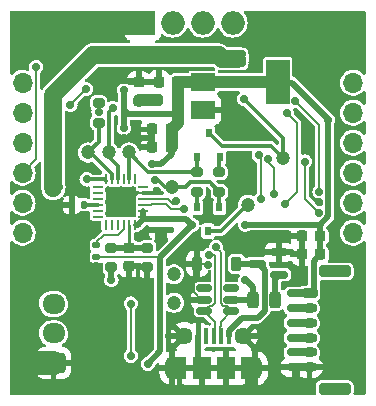
<source format=gbr>
%TF.GenerationSoftware,KiCad,Pcbnew,7.0.8*%
%TF.CreationDate,2024-07-27T19:07:12+04:00*%
%TF.ProjectId,neopixel_eliot_hat,6e656f70-6978-4656-9c5f-656c696f745f,rev?*%
%TF.SameCoordinates,Original*%
%TF.FileFunction,Copper,L4,Bot*%
%TF.FilePolarity,Positive*%
%FSLAX46Y46*%
G04 Gerber Fmt 4.6, Leading zero omitted, Abs format (unit mm)*
G04 Created by KiCad (PCBNEW 7.0.8) date 2024-07-27 19:07:12*
%MOMM*%
%LPD*%
G01*
G04 APERTURE LIST*
G04 Aperture macros list*
%AMRoundRect*
0 Rectangle with rounded corners*
0 $1 Rounding radius*
0 $2 $3 $4 $5 $6 $7 $8 $9 X,Y pos of 4 corners*
0 Add a 4 corners polygon primitive as box body*
4,1,4,$2,$3,$4,$5,$6,$7,$8,$9,$2,$3,0*
0 Add four circle primitives for the rounded corners*
1,1,$1+$1,$2,$3*
1,1,$1+$1,$4,$5*
1,1,$1+$1,$6,$7*
1,1,$1+$1,$8,$9*
0 Add four rect primitives between the rounded corners*
20,1,$1+$1,$2,$3,$4,$5,0*
20,1,$1+$1,$4,$5,$6,$7,0*
20,1,$1+$1,$6,$7,$8,$9,0*
20,1,$1+$1,$8,$9,$2,$3,0*%
G04 Aperture macros list end*
%TA.AperFunction,SMDPad,CuDef*%
%ADD10RoundRect,0.225000X-0.225000X-0.375000X0.225000X-0.375000X0.225000X0.375000X-0.225000X0.375000X0*%
%TD*%
%TA.AperFunction,SMDPad,CuDef*%
%ADD11RoundRect,0.225000X0.225000X0.250000X-0.225000X0.250000X-0.225000X-0.250000X0.225000X-0.250000X0*%
%TD*%
%TA.AperFunction,SMDPad,CuDef*%
%ADD12RoundRect,0.200000X-0.200000X-0.275000X0.200000X-0.275000X0.200000X0.275000X-0.200000X0.275000X0*%
%TD*%
%TA.AperFunction,SMDPad,CuDef*%
%ADD13RoundRect,0.225000X-0.225000X-0.250000X0.225000X-0.250000X0.225000X0.250000X-0.225000X0.250000X0*%
%TD*%
%TA.AperFunction,SMDPad,CuDef*%
%ADD14R,0.600000X0.800000*%
%TD*%
%TA.AperFunction,SMDPad,CuDef*%
%ADD15R,2.000000X1.500000*%
%TD*%
%TA.AperFunction,SMDPad,CuDef*%
%ADD16R,2.000000X3.800000*%
%TD*%
%TA.AperFunction,SMDPad,CuDef*%
%ADD17RoundRect,0.200000X-0.275000X0.200000X-0.275000X-0.200000X0.275000X-0.200000X0.275000X0.200000X0*%
%TD*%
%TA.AperFunction,ComponentPad*%
%ADD18C,1.200000*%
%TD*%
%TA.AperFunction,ComponentPad*%
%ADD19RoundRect,0.200000X-0.450000X0.200000X-0.450000X-0.200000X0.450000X-0.200000X0.450000X0.200000X0*%
%TD*%
%TA.AperFunction,SMDPad,CuDef*%
%ADD20RoundRect,0.150000X-0.700000X0.150000X-0.700000X-0.150000X0.700000X-0.150000X0.700000X0.150000X0*%
%TD*%
%TA.AperFunction,ComponentPad*%
%ADD21O,1.300000X0.800000*%
%TD*%
%TA.AperFunction,SMDPad,CuDef*%
%ADD22RoundRect,0.250000X-1.100000X0.250000X-1.100000X-0.250000X1.100000X-0.250000X1.100000X0.250000X0*%
%TD*%
%TA.AperFunction,SMDPad,CuDef*%
%ADD23RoundRect,0.135000X0.135000X0.185000X-0.135000X0.185000X-0.135000X-0.185000X0.135000X-0.185000X0*%
%TD*%
%TA.AperFunction,SMDPad,CuDef*%
%ADD24RoundRect,0.225000X-0.250000X0.225000X-0.250000X-0.225000X0.250000X-0.225000X0.250000X0.225000X0*%
%TD*%
%TA.AperFunction,SMDPad,CuDef*%
%ADD25RoundRect,0.135000X0.185000X-0.135000X0.185000X0.135000X-0.185000X0.135000X-0.185000X-0.135000X0*%
%TD*%
%TA.AperFunction,ComponentPad*%
%ADD26RoundRect,0.250000X0.725000X-0.600000X0.725000X0.600000X-0.725000X0.600000X-0.725000X-0.600000X0*%
%TD*%
%TA.AperFunction,ComponentPad*%
%ADD27O,1.950000X1.700000*%
%TD*%
%TA.AperFunction,SMDPad,CuDef*%
%ADD28RoundRect,0.243750X0.243750X0.456250X-0.243750X0.456250X-0.243750X-0.456250X0.243750X-0.456250X0*%
%TD*%
%TA.AperFunction,SMDPad,CuDef*%
%ADD29RoundRect,0.150000X-0.512500X-0.150000X0.512500X-0.150000X0.512500X0.150000X-0.512500X0.150000X0*%
%TD*%
%TA.AperFunction,SMDPad,CuDef*%
%ADD30RoundRect,0.062500X0.350000X0.062500X-0.350000X0.062500X-0.350000X-0.062500X0.350000X-0.062500X0*%
%TD*%
%TA.AperFunction,SMDPad,CuDef*%
%ADD31RoundRect,0.062500X0.062500X0.350000X-0.062500X0.350000X-0.062500X-0.350000X0.062500X-0.350000X0*%
%TD*%
%TA.AperFunction,ComponentPad*%
%ADD32C,0.500000*%
%TD*%
%TA.AperFunction,SMDPad,CuDef*%
%ADD33R,2.600000X2.600000*%
%TD*%
%TA.AperFunction,SMDPad,CuDef*%
%ADD34RoundRect,0.140000X-0.170000X0.140000X-0.170000X-0.140000X0.170000X-0.140000X0.170000X0.140000X0*%
%TD*%
%TA.AperFunction,SMDPad,CuDef*%
%ADD35RoundRect,0.200000X0.275000X-0.200000X0.275000X0.200000X-0.275000X0.200000X-0.275000X-0.200000X0*%
%TD*%
%TA.AperFunction,SMDPad,CuDef*%
%ADD36RoundRect,0.150000X0.587500X0.150000X-0.587500X0.150000X-0.587500X-0.150000X0.587500X-0.150000X0*%
%TD*%
%TA.AperFunction,SMDPad,CuDef*%
%ADD37RoundRect,0.218750X-0.256250X0.218750X-0.256250X-0.218750X0.256250X-0.218750X0.256250X0.218750X0*%
%TD*%
%TA.AperFunction,SMDPad,CuDef*%
%ADD38R,0.400000X1.350000*%
%TD*%
%TA.AperFunction,ComponentPad*%
%ADD39O,1.200000X1.900000*%
%TD*%
%TA.AperFunction,SMDPad,CuDef*%
%ADD40R,1.200000X1.900000*%
%TD*%
%TA.AperFunction,ComponentPad*%
%ADD41C,1.450000*%
%TD*%
%TA.AperFunction,SMDPad,CuDef*%
%ADD42R,1.500000X1.900000*%
%TD*%
%TA.AperFunction,ComponentPad*%
%ADD43R,2.000000X2.000000*%
%TD*%
%TA.AperFunction,ComponentPad*%
%ADD44O,2.000000X2.000000*%
%TD*%
%TA.AperFunction,ComponentPad*%
%ADD45O,1.700000X1.700000*%
%TD*%
%TA.AperFunction,ViaPad*%
%ADD46C,0.700000*%
%TD*%
%TA.AperFunction,Conductor*%
%ADD47C,0.500000*%
%TD*%
%TA.AperFunction,Conductor*%
%ADD48C,1.000000*%
%TD*%
%TA.AperFunction,Conductor*%
%ADD49C,0.200000*%
%TD*%
%TA.AperFunction,Conductor*%
%ADD50C,0.300000*%
%TD*%
%TA.AperFunction,Conductor*%
%ADD51C,2.000000*%
%TD*%
%TA.AperFunction,Conductor*%
%ADD52C,1.500000*%
%TD*%
%TA.AperFunction,Conductor*%
%ADD53C,0.250000*%
%TD*%
G04 APERTURE END LIST*
D10*
%TO.P,D3,1,A1*%
%TO.N,GND*%
X105035500Y-74207000D03*
%TO.P,D3,2,A2*%
%TO.N,VBUS*%
X108335500Y-74207000D03*
%TD*%
D11*
%TO.P,C14,2*%
%TO.N,GND*%
X101773000Y-58819500D03*
%TO.P,C14,1*%
%TO.N,+3V3*%
X103323000Y-58819500D03*
%TD*%
D12*
%TO.P,R12,2*%
%TO.N,+3V3*%
X103323000Y-60394500D03*
%TO.P,R12,1*%
%TO.N,Net-(D2-A)*%
X101673000Y-60394500D03*
%TD*%
D13*
%TO.P,C18,1*%
%TO.N,GND*%
X101225000Y-62850000D03*
%TO.P,C18,2*%
%TO.N,+3V3*%
X102775000Y-62850000D03*
%TD*%
%TO.P,C17,1*%
%TO.N,GND*%
X101225000Y-64350000D03*
%TO.P,C17,2*%
%TO.N,+3V3*%
X102775000Y-64350000D03*
%TD*%
D14*
%TO.P,Q2,1*%
%TO.N,/base_Q2*%
X106935500Y-65154500D03*
%TO.P,Q2,2*%
%TO.N,/DTR*%
X105035500Y-65154500D03*
%TO.P,Q2,3*%
%TO.N,/GPIO0*%
X105985500Y-63134500D03*
%TD*%
D15*
%TO.P,U2,1,ADJ*%
%TO.N,GND*%
X105535500Y-61169500D03*
%TO.P,U2,2,VO*%
%TO.N,+3V3*%
X105535500Y-58869500D03*
D16*
X111835500Y-58869500D03*
D15*
%TO.P,U2,3,VI*%
%TO.N,+5V_MCU*%
X105535500Y-56569500D03*
%TD*%
D11*
%TO.P,C8,1*%
%TO.N,+3V3*%
X115450000Y-71900000D03*
%TO.P,C8,2*%
%TO.N,GND*%
X113900000Y-71900000D03*
%TD*%
D17*
%TO.P,R21,1*%
%TO.N,/DTR*%
X105010500Y-66469500D03*
%TO.P,R21,2*%
%TO.N,/base_Q1*%
X105010500Y-68119500D03*
%TD*%
D11*
%TO.P,C9,2*%
%TO.N,GND*%
X113900000Y-73425000D03*
%TO.P,C9,1*%
%TO.N,+3V3*%
X115450000Y-73425000D03*
%TD*%
D18*
%TO.P,TP3,1,1*%
%TO.N,/U0RXD*%
X97550000Y-64800000D03*
%TD*%
%TO.P,TP2,1,1*%
%TO.N,VBUS_REV*%
X103050000Y-75119500D03*
%TD*%
%TO.P,TP8,1,1*%
%TO.N,/RTS*%
X102925000Y-67725000D03*
%TD*%
D17*
%TO.P,R19,1*%
%TO.N,/VBUS_USB*%
X100810500Y-72869500D03*
%TO.P,R19,2*%
%TO.N,GND*%
X100810500Y-74519500D03*
%TD*%
D19*
%TO.P,J7,1,Pin_1*%
%TO.N,+3V3*%
X114535500Y-76719500D03*
D20*
X113460500Y-76719500D03*
D21*
%TO.P,J7,2,Pin_2*%
%TO.N,/JTCK_SIG*%
X114535500Y-77969500D03*
D20*
X113460500Y-77969500D03*
D21*
%TO.P,J7,3,Pin_3*%
%TO.N,/JTMS_SIG*%
X114535500Y-79219500D03*
D20*
X113460500Y-79219500D03*
D21*
%TO.P,J7,4,Pin_4*%
%TO.N,/JTD0_SIG*%
X114535500Y-80469500D03*
D20*
X113460500Y-80469500D03*
D21*
%TO.P,J7,5,Pin_5*%
%TO.N,/JTDI_SIG*%
X114535500Y-81719500D03*
D20*
X113460500Y-81719500D03*
D21*
%TO.P,J7,6,Pin_6*%
%TO.N,GND*%
X114535500Y-82969500D03*
D20*
X113460500Y-82969500D03*
D22*
%TO.P,J7,MP*%
%TO.N,N/C*%
X116660500Y-74869500D03*
X116660500Y-84819500D03*
%TD*%
D23*
%TO.P,R20,1*%
%TO.N,/SUSPENDb*%
X95420500Y-69219500D03*
%TO.P,R20,2*%
%TO.N,GND*%
X94400500Y-69219500D03*
%TD*%
D17*
%TO.P,R6,1*%
%TO.N,/U0TXD*%
X96685500Y-60619500D03*
%TO.P,R6,2*%
%TO.N,/U0TXD_R*%
X96685500Y-62269500D03*
%TD*%
D24*
%TO.P,C16,2*%
%TO.N,GND*%
X99285500Y-74419500D03*
%TO.P,C16,1*%
%TO.N,/VBUS_USB*%
X99285500Y-72869500D03*
%TD*%
D25*
%TO.P,R22,1*%
%TO.N,+3V3*%
X96485500Y-73644500D03*
%TO.P,R22,2*%
%TO.N,/RSTb*%
X96485500Y-72624500D03*
%TD*%
D26*
%TO.P,J1,1,Pin_1*%
%TO.N,GND*%
X92860500Y-82619500D03*
D27*
%TO.P,J1,2,Pin_2*%
%TO.N,/DATA_5V*%
X92860500Y-80119500D03*
%TO.P,J1,3,Pin_3*%
%TO.N,+5V_MCU*%
X92860500Y-77619500D03*
%TD*%
D28*
%TO.P,F1,1*%
%TO.N,Net-(Q3-S)*%
X111612500Y-77250000D03*
%TO.P,F1,2*%
%TO.N,VBUS_REV*%
X109737500Y-77250000D03*
%TD*%
D18*
%TO.P,TP9,1,1*%
%TO.N,/GPIO0*%
X112325000Y-65250000D03*
%TD*%
%TO.P,TP7,1,1*%
%TO.N,/DTR*%
X99250000Y-64800000D03*
%TD*%
%TO.P,TP1,1,1*%
%TO.N,/SIGNAL_LED*%
X103075000Y-77525000D03*
%TD*%
D29*
%TO.P,U3,1,IO1*%
%TO.N,/D+*%
X105635500Y-78207000D03*
%TO.P,U3,2,VN*%
%TO.N,GND*%
X105635500Y-77257000D03*
%TO.P,U3,3,IO2*%
%TO.N,unconnected-(U3-IO2-Pad3)*%
X105635500Y-76307000D03*
%TO.P,U3,4,IO3*%
%TO.N,unconnected-(U3-IO3-Pad4)*%
X107910500Y-76307000D03*
%TO.P,U3,5,VP*%
%TO.N,VBUS_REV*%
X107910500Y-77257000D03*
%TO.P,U3,6,IO4*%
%TO.N,/D-*%
X107910500Y-78207000D03*
%TD*%
D30*
%TO.P,U5,1,~{RI}/CLK*%
%TO.N,unconnected-(U5-~{RI}{slash}CLK-Pad1)*%
X100473000Y-67719500D03*
%TO.P,U5,2,GND*%
%TO.N,GND*%
X100473000Y-68219500D03*
%TO.P,U5,3,D+*%
%TO.N,/D+*%
X100473000Y-68719500D03*
%TO.P,U5,4,D-*%
%TO.N,/D-*%
X100473000Y-69219500D03*
%TO.P,U5,5,VIO*%
%TO.N,+3V3*%
X100473000Y-69719500D03*
%TO.P,U5,6,VDD*%
X100473000Y-70219500D03*
D31*
%TO.P,U5,7,VREGIN*%
X99785500Y-70907000D03*
%TO.P,U5,8,VBUS*%
%TO.N,/VBUS_USB*%
X99285500Y-70907000D03*
%TO.P,U5,9,~{RST}*%
%TO.N,/RSTb*%
X98785500Y-70907000D03*
%TO.P,U5,10,NC*%
%TO.N,unconnected-(U5-NC-Pad10)*%
X98285500Y-70907000D03*
%TO.P,U5,11,~{WAKEUP}/GPIO.3*%
%TO.N,unconnected-(U5-~{WAKEUP}{slash}GPIO.3-Pad11)*%
X97785500Y-70907000D03*
%TO.P,U5,12,RS485/GPIO.2*%
%TO.N,unconnected-(U5-RS485{slash}GPIO.2-Pad12)*%
X97285500Y-70907000D03*
D30*
%TO.P,U5,13,~{RXT}/GPIO.1*%
%TO.N,unconnected-(U5-~{RXT}{slash}GPIO.1-Pad13)*%
X96598000Y-70219500D03*
%TO.P,U5,14,~{TXT}/GPIO.0*%
%TO.N,unconnected-(U5-~{TXT}{slash}GPIO.0-Pad14)*%
X96598000Y-69719500D03*
%TO.P,U5,15,~{SUSPEND}*%
%TO.N,/SUSPENDb*%
X96598000Y-69219500D03*
%TO.P,U5,16,NC*%
%TO.N,unconnected-(U5-NC-Pad16)*%
X96598000Y-68719500D03*
%TO.P,U5,17,SUSPEND*%
%TO.N,unconnected-(U5-SUSPEND-Pad17)*%
X96598000Y-68219500D03*
%TO.P,U5,18,~{CTS}*%
%TO.N,unconnected-(U5-~{CTS}-Pad18)*%
X96598000Y-67719500D03*
D31*
%TO.P,U5,19,~{RTS}*%
%TO.N,/RTS*%
X97285500Y-67032000D03*
%TO.P,U5,20,RXD*%
%TO.N,/U0TXD_R*%
X97785500Y-67032000D03*
%TO.P,U5,21,TXD*%
%TO.N,/U0RXD*%
X98285500Y-67032000D03*
%TO.P,U5,22,~{DSR}*%
%TO.N,unconnected-(U5-~{DSR}-Pad22)*%
X98785500Y-67032000D03*
%TO.P,U5,23,~{DTR}*%
%TO.N,/DTR*%
X99285500Y-67032000D03*
%TO.P,U5,24,~{DCD}*%
%TO.N,unconnected-(U5-~{DCD}-Pad24)*%
X99785500Y-67032000D03*
D32*
%TO.P,U5,25,GND*%
%TO.N,GND*%
X99585500Y-70019500D03*
X99585500Y-68969500D03*
X99585500Y-67919500D03*
X98535500Y-70019500D03*
X98535500Y-68969500D03*
D33*
X98535500Y-68969500D03*
D32*
X98535500Y-67919500D03*
X97485500Y-70019500D03*
X97485500Y-68969500D03*
X97485500Y-67919500D03*
%TD*%
D34*
%TO.P,C10,2*%
%TO.N,GND*%
X101735500Y-71379500D03*
%TO.P,C10,1*%
%TO.N,+3V3*%
X101735500Y-70419500D03*
%TD*%
D35*
%TO.P,R18,1*%
%TO.N,VBUS_REV*%
X97760500Y-74519500D03*
%TO.P,R18,2*%
%TO.N,/VBUS_USB*%
X97760500Y-72869500D03*
%TD*%
D18*
%TO.P,TP6,1,1*%
%TO.N,/EN*%
X109310500Y-69244500D03*
%TD*%
D14*
%TO.P,Q1,1*%
%TO.N,/base_Q1*%
X104985500Y-69434500D03*
%TO.P,Q1,2*%
%TO.N,/RTS*%
X106885500Y-69434500D03*
%TO.P,Q1,3*%
%TO.N,/EN*%
X105935500Y-71454500D03*
%TD*%
D36*
%TO.P,Q3,1,G*%
%TO.N,GND*%
X111962500Y-73250000D03*
%TO.P,Q3,2,S*%
%TO.N,Net-(Q3-S)*%
X111962500Y-75150000D03*
%TO.P,Q3,3,D*%
%TO.N,VBUS*%
X110087500Y-74200000D03*
%TD*%
D37*
%TO.P,D2,1,K*%
%TO.N,GND*%
X100060500Y-58832000D03*
%TO.P,D2,2,A*%
%TO.N,Net-(D2-A)*%
X100060500Y-60407000D03*
%TD*%
D35*
%TO.P,R23,1*%
%TO.N,/RTS*%
X106885500Y-68119500D03*
%TO.P,R23,2*%
%TO.N,/base_Q2*%
X106885500Y-66469500D03*
%TD*%
D18*
%TO.P,TP4,1,1*%
%TO.N,/U0TXD_R*%
X95775000Y-64800000D03*
%TD*%
D34*
%TO.P,C11,2*%
%TO.N,GND*%
X102710500Y-71379500D03*
%TO.P,C11,1*%
%TO.N,+3V3*%
X102710500Y-70419500D03*
%TD*%
D38*
%TO.P,J5,1,VBUS*%
%TO.N,VBUS*%
X107725500Y-80367000D03*
%TO.P,J5,2,D-*%
%TO.N,/D-*%
X107075500Y-80367000D03*
%TO.P,J5,3,D+*%
%TO.N,/D+*%
X106425500Y-80367000D03*
%TO.P,J5,4,ID*%
%TO.N,unconnected-(J5-ID-Pad4)*%
X105775500Y-80367000D03*
%TO.P,J5,5,GND*%
%TO.N,GND*%
X105125500Y-80367000D03*
D39*
%TO.P,J5,6,Shield*%
X109925500Y-83067000D03*
D40*
X109325500Y-83067000D03*
D41*
X108925500Y-80367000D03*
D42*
X107425500Y-83067000D03*
X105425500Y-83067000D03*
D41*
X103925500Y-80367000D03*
D40*
X103525500Y-83067000D03*
D39*
X102925500Y-83067000D03*
%TD*%
D43*
%TO.P,J2,1,GND*%
%TO.N,GND*%
X100425500Y-53819500D03*
D44*
%TO.P,J2,2,3.3V*%
%TO.N,unconnected-(J2-3.3V-Pad2)*%
X102965500Y-53819500D03*
D45*
%TO.P,J2,3,SPI_SCK*%
%TO.N,/SPI_SCK*%
X90235500Y-58899500D03*
%TO.P,J2,4,SPI_MOSI*%
%TO.N,/SPI_MOSI*%
X90235500Y-61439500D03*
%TO.P,J2,5,SPI_MISO*%
%TO.N,/SPI_MISO*%
X90235500Y-63979500D03*
%TO.P,J2,6,SPI_CS*%
%TO.N,/SPI_CS*%
X90235500Y-66519500D03*
%TO.P,J2,7,I2C_SCL*%
%TO.N,/I2C_SCL*%
X90235500Y-69059500D03*
%TO.P,J2,8,I2C_SDA*%
%TO.N,/I2C_SDA*%
X90235500Y-71599500D03*
%TO.P,J2,9,GPIO_1*%
%TO.N,/MCU_GPIO1*%
X118235500Y-71599500D03*
%TO.P,J2,10,GPIO_2*%
%TO.N,/MCU_GPIO2*%
X118235500Y-69059500D03*
%TO.P,J2,11,GPIO_3*%
%TO.N,/MCU_GPIO3*%
X118235500Y-66519500D03*
%TO.P,J2,12,GPIO_4*%
%TO.N,/MCU_GPIO4*%
X118235500Y-63979500D03*
%TO.P,J2,13,GPIO_5*%
%TO.N,unconnected-(J2-GPIO_5-Pad13)*%
X118235500Y-61439500D03*
%TO.P,J2,14,GPIO_6*%
%TO.N,unconnected-(J2-GPIO_6-Pad14)*%
X118235500Y-58899500D03*
D44*
%TO.P,J2,15,5V*%
%TO.N,+5V_MCU*%
X105505500Y-53819500D03*
%TO.P,J2,16,5V*%
X108045500Y-53819500D03*
%TD*%
D46*
%TO.N,+3V3*%
X104610500Y-70919500D03*
X109100000Y-70900000D03*
X100835500Y-82694500D03*
X116085500Y-62044500D03*
X101200000Y-65795000D03*
X98800000Y-62744000D03*
X98810500Y-59495000D03*
%TO.N,GND*%
X101410500Y-84119500D03*
X89925000Y-55525000D03*
X109060500Y-84779500D03*
X94400000Y-70175000D03*
X93950000Y-56275000D03*
X115175000Y-58625000D03*
X91260500Y-82269500D03*
X100025000Y-76075000D03*
X99710500Y-84119500D03*
X90700000Y-55525000D03*
X91385500Y-74019500D03*
X114375000Y-55025000D03*
X98846185Y-63592246D03*
X100560500Y-84119500D03*
X101585500Y-68069500D03*
X115150000Y-55025000D03*
X115175000Y-57875000D03*
X93950000Y-54194500D03*
X93175000Y-56275000D03*
X105160500Y-60819500D03*
X111585500Y-79534500D03*
X114085500Y-84779500D03*
X93175000Y-53444500D03*
X114375000Y-55775000D03*
X108835500Y-67344500D03*
X90700000Y-54194500D03*
X90485500Y-82269500D03*
X100560500Y-84894500D03*
X105948500Y-74292240D03*
X111585500Y-80384500D03*
X97415500Y-53444500D03*
X114275000Y-62950000D03*
X96435500Y-74444500D03*
X97415500Y-54194500D03*
X98190500Y-54194500D03*
X105935500Y-60819500D03*
X89925000Y-54194500D03*
X91260500Y-83019500D03*
X90700000Y-56275000D03*
X113285500Y-84779500D03*
X102635000Y-80344500D03*
X90535500Y-74019500D03*
X109910500Y-84779500D03*
X102925500Y-84779500D03*
X111585500Y-81234500D03*
X114400000Y-58625000D03*
X112475000Y-71875000D03*
X97310000Y-82269500D03*
X115150000Y-55775000D03*
X93950000Y-55525000D03*
X103735500Y-84779500D03*
X114400000Y-57875000D03*
X115375000Y-68975000D03*
X105160500Y-61569500D03*
X102235500Y-72219500D03*
X112435500Y-84779500D03*
X93950000Y-53444500D03*
X89925000Y-53444500D03*
X105935500Y-61569500D03*
X89925000Y-56275000D03*
X89685500Y-74019500D03*
X93175000Y-55525000D03*
X98190500Y-53444500D03*
X90700000Y-53444500D03*
X93175000Y-54194500D03*
X97060500Y-58844000D03*
X90485500Y-83019500D03*
%TO.N,+5V_MCU*%
X93285500Y-67694500D03*
X92560500Y-67419500D03*
X108000000Y-56500000D03*
X92735500Y-68244500D03*
X108775000Y-57250000D03*
X108000000Y-57250000D03*
X108775000Y-56500000D03*
%TO.N,/D-*%
X106623275Y-72831169D03*
X103921376Y-69580376D03*
%TO.N,/D+*%
X106035500Y-73444500D03*
X103249624Y-68908624D03*
%TO.N,/GPIO0*%
X108995500Y-60275000D03*
%TO.N,/SIGNAL_LED*%
X110239411Y-65025589D03*
X110400000Y-68775000D03*
X99395945Y-82014000D03*
X99410500Y-77595000D03*
%TO.N,/RTS*%
X95660500Y-67074500D03*
X101420500Y-67119000D03*
%TO.N,/U0RXD*%
X97885500Y-61045000D03*
%TO.N,/U0TXD*%
X96679759Y-61370000D03*
%TO.N,VBUS_REV*%
X109100000Y-75625000D03*
X97760500Y-75619500D03*
%TO.N,/SPI_MISO*%
X95608088Y-59420000D03*
X94285500Y-60744000D03*
%TO.N,/SPI_CS*%
X91385500Y-57545000D03*
%TO.N,/JTMS_SIG*%
X111050000Y-65350000D03*
X111550500Y-68319500D03*
%TO.N,/JTCK_SIG*%
X112500000Y-69125000D03*
X112614349Y-61495000D03*
%TO.N,/JTD0_SIG*%
X115375000Y-68125497D03*
X113335000Y-60450000D03*
%TO.N,/JTDI_SIG*%
X114146570Y-65570000D03*
X115370023Y-69920023D03*
%TD*%
D47*
%TO.N,+3V3*%
X104610500Y-70919500D02*
X102198000Y-73332000D01*
D48*
X103410500Y-58819500D02*
X105485500Y-58819500D01*
D47*
X101735500Y-70419500D02*
X100673000Y-70419500D01*
X104610500Y-70919500D02*
X104110500Y-70419500D01*
X113050000Y-58875000D02*
X116135500Y-61960500D01*
X101200000Y-65795000D02*
X101980000Y-65795000D01*
X115450000Y-70900000D02*
X115450000Y-71900000D01*
D48*
X103410500Y-60394500D02*
X103410500Y-61575000D01*
D47*
X101885500Y-81644500D02*
X101885500Y-73644500D01*
D48*
X111817798Y-58851798D02*
X111835500Y-58869500D01*
D47*
X114460500Y-76719500D02*
X113460500Y-76719500D01*
X101980000Y-65795000D02*
X102862500Y-64912500D01*
X115450000Y-71900000D02*
X115450000Y-73425000D01*
X109100000Y-70900000D02*
X115450000Y-70900000D01*
X98800000Y-59655500D02*
X98810500Y-59645000D01*
X103410500Y-61575000D02*
X99150000Y-61575000D01*
X100473000Y-70457000D02*
X100023000Y-70907000D01*
X98800000Y-61225000D02*
X98800000Y-59655500D01*
D48*
X105485500Y-58819500D02*
X105535500Y-58869500D01*
D47*
X98800000Y-61225000D02*
X98800000Y-62744000D01*
X100473000Y-70219500D02*
X100473000Y-70457000D01*
X100673000Y-70419500D02*
X100473000Y-70219500D01*
D48*
X103410500Y-62302000D02*
X102862500Y-62850000D01*
D49*
X101885500Y-73644500D02*
X96485500Y-73644500D01*
D48*
X103410500Y-61575000D02*
X103410500Y-62302000D01*
X105535500Y-58869500D02*
X105553202Y-58851798D01*
X102862500Y-62850000D02*
X102862500Y-64350000D01*
D47*
X115450000Y-70900000D02*
X116135500Y-70214500D01*
X104110500Y-70419500D02*
X102710500Y-70419500D01*
D48*
X103410500Y-59644500D02*
X103410500Y-60394500D01*
X103410500Y-58819500D02*
X103410500Y-59644500D01*
D47*
X102198000Y-73332000D02*
X101885500Y-73644500D01*
X111841000Y-58875000D02*
X113050000Y-58875000D01*
X111835500Y-58869500D02*
X111841000Y-58875000D01*
X100473000Y-70219500D02*
X100473000Y-69744500D01*
X99150000Y-61575000D02*
X98800000Y-61225000D01*
X114910500Y-73964500D02*
X114910500Y-76344500D01*
X101735500Y-70419500D02*
X102710500Y-70419500D01*
X116135500Y-70214500D02*
X116135500Y-62094500D01*
X116135500Y-61960500D02*
X116135500Y-63219500D01*
X100023000Y-70907000D02*
X99810500Y-70907000D01*
X116135500Y-62094500D02*
X116085500Y-62044500D01*
X102862500Y-64912500D02*
X102862500Y-64350000D01*
X100835500Y-82694500D02*
X101885500Y-81644500D01*
X115450000Y-73425000D02*
X114910500Y-73964500D01*
X114910500Y-76344500D02*
X114535500Y-76719500D01*
D48*
X105553202Y-58851798D02*
X111817798Y-58851798D01*
D50*
%TO.N,GND*%
X99285500Y-74419500D02*
X99385500Y-74519500D01*
D47*
X114535500Y-82969500D02*
X113460500Y-82969500D01*
X113875000Y-71875000D02*
X113900000Y-71900000D01*
X105125500Y-82767000D02*
X105125500Y-80367000D01*
D50*
X100035500Y-76064500D02*
X100035500Y-75860500D01*
D47*
X110263000Y-80367000D02*
X111568000Y-80367000D01*
X103925500Y-80367000D02*
X102657500Y-80367000D01*
X113310500Y-84744500D02*
X113285500Y-84769500D01*
X112475000Y-71875000D02*
X113875000Y-71875000D01*
X98846185Y-63592246D02*
X98863431Y-63575000D01*
D50*
X100060500Y-74519500D02*
X100810500Y-74519500D01*
D47*
X100073000Y-58819500D02*
X100060500Y-58832000D01*
D50*
X100035500Y-74544500D02*
X100035500Y-75860500D01*
D47*
X113460500Y-82969500D02*
X113310500Y-83119500D01*
X111568000Y-80367000D02*
X111585500Y-80384500D01*
D50*
X94400500Y-70174500D02*
X94400500Y-69219500D01*
X94400000Y-69925000D02*
X94400000Y-70175000D01*
X100025000Y-76075000D02*
X100035500Y-76064500D01*
D47*
X105425500Y-83067000D02*
X105125500Y-82767000D01*
D50*
X101435500Y-68219500D02*
X101585500Y-68069500D01*
D47*
X109325500Y-83067000D02*
X109925500Y-83067000D01*
X112475000Y-71875000D02*
X111962500Y-72387500D01*
D49*
X105035500Y-74207000D02*
X105863260Y-74207000D01*
D47*
X109925500Y-84764500D02*
X109910500Y-84779500D01*
X113310500Y-83119500D02*
X113310500Y-84744500D01*
X102657500Y-80367000D02*
X102635000Y-80344500D01*
D49*
X105357314Y-77257000D02*
X104723000Y-76622686D01*
X104723000Y-74519500D02*
X105035500Y-74207000D01*
D50*
X100473000Y-68219500D02*
X101435500Y-68219500D01*
D49*
X105863260Y-74207000D02*
X105948500Y-74292240D01*
D51*
X92860500Y-82619500D02*
X90860500Y-82619500D01*
D47*
X111962500Y-72387500D02*
X111962500Y-73250000D01*
X107425500Y-83067000D02*
X109325500Y-83067000D01*
D50*
X100035500Y-74544500D02*
X100060500Y-74519500D01*
D47*
X110263000Y-80367000D02*
X110260500Y-80369500D01*
X102925500Y-83067000D02*
X103525500Y-83067000D01*
X101735500Y-71379500D02*
X102235500Y-71379500D01*
X109925500Y-83067000D02*
X109925500Y-84764500D01*
D50*
X99385500Y-74519500D02*
X100010500Y-74519500D01*
D47*
X102235500Y-71379500D02*
X102710500Y-71379500D01*
X102235500Y-72219500D02*
X102235500Y-71379500D01*
X102925500Y-84779500D02*
X102925500Y-83067000D01*
X97060500Y-58844000D02*
X97159500Y-58745000D01*
X101685500Y-58819500D02*
X100073000Y-58819500D01*
X101137500Y-62850000D02*
X101137500Y-63575000D01*
X105425500Y-83067000D02*
X107425500Y-83067000D01*
D49*
X104723000Y-76622686D02*
X104723000Y-74519500D01*
D47*
X113900000Y-71900000D02*
X113900000Y-73425000D01*
D51*
X100425500Y-53819500D02*
X97485500Y-53819500D01*
D47*
X99973500Y-58745000D02*
X100060500Y-58832000D01*
X101137500Y-63575000D02*
X101137500Y-64350000D01*
X108925500Y-80367000D02*
X110263000Y-80367000D01*
D50*
X100010500Y-74519500D02*
X100035500Y-74544500D01*
D47*
X98863431Y-63575000D02*
X101137500Y-63575000D01*
X103525500Y-83067000D02*
X105425500Y-83067000D01*
D50*
X94400000Y-70175000D02*
X94400500Y-70174500D01*
D47*
X97159500Y-58745000D02*
X99973500Y-58745000D01*
D49*
X105635500Y-77257000D02*
X105357314Y-77257000D01*
D52*
%TO.N,+5V_MCU*%
X92835500Y-67844500D02*
X92835500Y-59919500D01*
X106844500Y-56569500D02*
X106850000Y-56575000D01*
X106850000Y-56575000D02*
X107125000Y-56850000D01*
X105535500Y-56569500D02*
X106844500Y-56569500D01*
X92835500Y-59919500D02*
X96210500Y-56544500D01*
X107125000Y-56850000D02*
X108400000Y-56850000D01*
X96210500Y-56544500D02*
X105510500Y-56544500D01*
X105510500Y-56544500D02*
X105535500Y-56569500D01*
D50*
%TO.N,/EN*%
X109260500Y-69244500D02*
X107050500Y-71454500D01*
X107050500Y-71454500D02*
X105935500Y-71454500D01*
X109310500Y-69244500D02*
X109260500Y-69244500D01*
D49*
%TO.N,/D-*%
X102344655Y-69159281D02*
X101535709Y-69159281D01*
X106623275Y-72889076D02*
X106998000Y-73263801D01*
X106975500Y-79792000D02*
X106975500Y-79472738D01*
X106998000Y-73263801D02*
X106998000Y-77572686D01*
X101535709Y-69159281D02*
X101500490Y-69194500D01*
X107510500Y-77807000D02*
X107910500Y-78207000D01*
X101091751Y-69219500D02*
X100473000Y-69219500D01*
X106998000Y-79450238D02*
X106998000Y-79119500D01*
X106998000Y-77572686D02*
X107232314Y-77807000D01*
X107075500Y-79892000D02*
X106975500Y-79792000D01*
X106998000Y-79119500D02*
X107910500Y-78207000D01*
X107075500Y-80367000D02*
X107075500Y-79892000D01*
X103921376Y-69580376D02*
X102765750Y-69580376D01*
X107232314Y-77807000D02*
X107510500Y-77807000D01*
X101500490Y-69194500D02*
X101116751Y-69194500D01*
X101116751Y-69194500D02*
X101091751Y-69219500D01*
X102765750Y-69580376D02*
X102344655Y-69159281D01*
X106975500Y-79472738D02*
X106998000Y-79450238D01*
X106623275Y-72831169D02*
X106623275Y-72889076D01*
%TO.N,/D+*%
X105635500Y-78207000D02*
X106548000Y-79119500D01*
X101091751Y-68719500D02*
X101116751Y-68744500D01*
X106035500Y-77807000D02*
X105635500Y-78207000D01*
X106548000Y-73450199D02*
X106548000Y-77572686D01*
X103027873Y-69130375D02*
X103249624Y-68908624D01*
X101116751Y-68744500D02*
X101328284Y-68744500D01*
X106425500Y-79892000D02*
X106525500Y-79792000D01*
X101363503Y-68709281D02*
X102531055Y-68709281D01*
X106425500Y-80367000D02*
X106425500Y-79892000D01*
X100473000Y-68719500D02*
X101091751Y-68719500D01*
X106525500Y-79792000D02*
X106525500Y-79300532D01*
X101328284Y-68744500D02*
X101363503Y-68709281D01*
X106548000Y-77572686D02*
X106313686Y-77807000D01*
X102531055Y-68709281D02*
X102952149Y-69130375D01*
X106542301Y-73444500D02*
X106548000Y-73450199D01*
X106548000Y-79119500D02*
X106548000Y-79278032D01*
X106525500Y-79300532D02*
X106548000Y-79278032D01*
X106313686Y-77807000D02*
X106035500Y-77807000D01*
X102952149Y-69130375D02*
X103027873Y-69130375D01*
X106035500Y-73444500D02*
X106542301Y-73444500D01*
D50*
%TO.N,/GPIO0*%
X112300000Y-65250000D02*
X112325000Y-65250000D01*
X112325000Y-65250000D02*
X112325000Y-63604500D01*
X106034500Y-63134500D02*
X107150000Y-64250000D01*
X107150000Y-64250000D02*
X111300000Y-64250000D01*
X111300000Y-64250000D02*
X112300000Y-65250000D01*
X105985500Y-63134500D02*
X106034500Y-63134500D01*
X105985500Y-63134500D02*
X105970500Y-63119500D01*
X112325000Y-63604500D02*
X108995500Y-60275000D01*
%TO.N,/DTR*%
X105035500Y-66444500D02*
X105035500Y-65154500D01*
X99250000Y-66996500D02*
X99250000Y-64800000D01*
X100050000Y-65600000D02*
X100050000Y-65625000D01*
X99285500Y-67032000D02*
X99250000Y-66996500D01*
X99250000Y-64800000D02*
X100050000Y-65600000D01*
X100869500Y-66444500D02*
X105035500Y-66444500D01*
X100050000Y-65625000D02*
X100869500Y-66444500D01*
X105010500Y-66469500D02*
X105035500Y-66444500D01*
D49*
%TO.N,/SIGNAL_LED*%
X99410500Y-81999445D02*
X99395945Y-82014000D01*
X110400000Y-65186178D02*
X110400000Y-68775000D01*
X110239411Y-65025589D02*
X110400000Y-65186178D01*
X99410500Y-77595000D02*
X99410500Y-81999445D01*
D50*
%TO.N,/RTS*%
X106085500Y-67319500D02*
X106885500Y-68119500D01*
X102275000Y-67725000D02*
X102925000Y-67725000D01*
X104050000Y-67725000D02*
X104455500Y-67319500D01*
X102925000Y-67725000D02*
X104050000Y-67725000D01*
X101420500Y-67119000D02*
X101669000Y-67119000D01*
X97128000Y-67074500D02*
X97285500Y-67232000D01*
X95660500Y-67074500D02*
X97128000Y-67074500D01*
X101669000Y-67119000D02*
X102275000Y-67725000D01*
X104455500Y-67319500D02*
X106085500Y-67319500D01*
X106885500Y-68119500D02*
X106885500Y-69434500D01*
%TO.N,/U0RXD*%
X97550000Y-65175000D02*
X98285500Y-65910500D01*
X98285500Y-65910500D02*
X98285500Y-67032000D01*
X97885500Y-61045000D02*
X97550000Y-61380500D01*
X97550000Y-61380500D02*
X97550000Y-65175000D01*
%TO.N,/U0TXD*%
X96679759Y-61370000D02*
X96679759Y-60625241D01*
X96679759Y-60625241D02*
X96685500Y-60619500D01*
D48*
%TO.N,Net-(D2-A)*%
X100073000Y-60394500D02*
X100060500Y-60407000D01*
X101585500Y-60394500D02*
X100073000Y-60394500D01*
D50*
%TO.N,/base_Q1*%
X105010500Y-69409500D02*
X104985500Y-69434500D01*
X105010500Y-68119500D02*
X105010500Y-69409500D01*
%TO.N,/base_Q2*%
X106885500Y-66469500D02*
X106885500Y-65204500D01*
X106885500Y-65204500D02*
X106935500Y-65154500D01*
D49*
%TO.N,/RSTb*%
X98785500Y-71319500D02*
X98335500Y-71769500D01*
X98335500Y-71769500D02*
X97135500Y-71769500D01*
X96485500Y-72419500D02*
X96485500Y-72624500D01*
X97135500Y-71769500D02*
X96485500Y-72419500D01*
X98785500Y-70907000D02*
X98785500Y-71319500D01*
D47*
%TO.N,VBUS*%
X110725000Y-78194000D02*
X110134500Y-78784500D01*
X110087500Y-74200000D02*
X108342500Y-74200000D01*
X110087500Y-74200000D02*
X110202818Y-74200000D01*
X110134500Y-78784500D02*
X108815500Y-78784500D01*
X110202818Y-74200000D02*
X110725000Y-74722182D01*
X108815500Y-78784500D02*
X107725500Y-79874500D01*
X108342500Y-74200000D02*
X108335500Y-74207000D01*
X110725000Y-74722182D02*
X110725000Y-78194000D01*
X107725500Y-79874500D02*
X107725500Y-80367000D01*
%TO.N,Net-(Q3-S)*%
X111600000Y-75512500D02*
X111962500Y-75150000D01*
X111600000Y-77237500D02*
X111600000Y-75512500D01*
X111612500Y-77250000D02*
X111600000Y-77237500D01*
%TO.N,VBUS_REV*%
X109737500Y-77250000D02*
X109737500Y-76212500D01*
X109730500Y-77257000D02*
X109737500Y-77250000D01*
X97760500Y-75619500D02*
X97760500Y-74519500D01*
X109737500Y-76212500D02*
X109150000Y-75625000D01*
X107910500Y-77257000D02*
X109730500Y-77257000D01*
X109150000Y-75625000D02*
X109100000Y-75625000D01*
D50*
%TO.N,/SUSPENDb*%
X96598000Y-69219500D02*
X95420500Y-69219500D01*
D53*
%TO.N,/VBUS_USB*%
X99285500Y-70907000D02*
X99285500Y-72869500D01*
D47*
X99285500Y-72869500D02*
X97760500Y-72869500D01*
X100810500Y-72869500D02*
X99285500Y-72869500D01*
D50*
%TO.N,/U0TXD_R*%
X95978654Y-64800000D02*
X97785500Y-66606846D01*
X95775000Y-64800000D02*
X96675000Y-63900000D01*
X97785500Y-66606846D02*
X97785500Y-67032000D01*
X96685500Y-62269500D02*
X96675000Y-62280000D01*
X95775000Y-64800000D02*
X95978654Y-64800000D01*
X96675000Y-62280000D02*
X96675000Y-63900000D01*
D49*
%TO.N,/SPI_MISO*%
X95608088Y-59420000D02*
X95608088Y-59421912D01*
X94286000Y-60744000D02*
X94285500Y-60744000D01*
X95608088Y-59421912D02*
X94286000Y-60744000D01*
%TO.N,/SPI_CS*%
X91385500Y-65369500D02*
X90235500Y-66519500D01*
X91385500Y-57545000D02*
X91385500Y-65369500D01*
D47*
%TO.N,/JTMS_SIG*%
X113460500Y-79219500D02*
X114535500Y-79219500D01*
D49*
X111050000Y-65350000D02*
X111050000Y-65625000D01*
X111050000Y-65625000D02*
X111550500Y-66125500D01*
X111550500Y-66125500D02*
X111550500Y-68319500D01*
%TO.N,/JTCK_SIG*%
X112500000Y-69125000D02*
X113475000Y-68150000D01*
X113475000Y-62325000D02*
X112645000Y-61495000D01*
D47*
X113460500Y-77969500D02*
X114535500Y-77969500D01*
D49*
X112645000Y-61495000D02*
X112614349Y-61495000D01*
X113475000Y-68150000D02*
X113475000Y-62325000D01*
D47*
%TO.N,/JTD0_SIG*%
X113460500Y-80469500D02*
X114535500Y-80469500D01*
D49*
X115375000Y-62490000D02*
X113335000Y-60450000D01*
X115375000Y-68125497D02*
X115375000Y-62490000D01*
D47*
%TO.N,/JTDI_SIG*%
X113460500Y-81719500D02*
X114535500Y-81719500D01*
D49*
X114150000Y-65573430D02*
X114150000Y-68700000D01*
X114146570Y-65570000D02*
X114150000Y-65573430D01*
X114150000Y-68700000D02*
X115370023Y-69920023D01*
%TD*%
%TA.AperFunction,Conductor*%
%TO.N,GND*%
G36*
X119228039Y-52814685D02*
G01*
X119273794Y-52867489D01*
X119285000Y-52919000D01*
X119285000Y-58093147D01*
X119265315Y-58160186D01*
X119212511Y-58205941D01*
X119143353Y-58215885D01*
X119079797Y-58186860D01*
X119062047Y-58167875D01*
X119052263Y-58154920D01*
X119052263Y-58154919D01*
X118901541Y-58017519D01*
X118901539Y-58017517D01*
X118728142Y-57910155D01*
X118728135Y-57910151D01*
X118591536Y-57857233D01*
X118537956Y-57836476D01*
X118337476Y-57799000D01*
X118133524Y-57799000D01*
X117933044Y-57836476D01*
X117933041Y-57836476D01*
X117933041Y-57836477D01*
X117742864Y-57910151D01*
X117742857Y-57910155D01*
X117569460Y-58017517D01*
X117569458Y-58017519D01*
X117418737Y-58154918D01*
X117295827Y-58317678D01*
X117204922Y-58500239D01*
X117204917Y-58500252D01*
X117149102Y-58696417D01*
X117130285Y-58899499D01*
X117130285Y-58899500D01*
X117149102Y-59102582D01*
X117204917Y-59298747D01*
X117204922Y-59298760D01*
X117295827Y-59481321D01*
X117418737Y-59644081D01*
X117569458Y-59781480D01*
X117569460Y-59781482D01*
X117666849Y-59841782D01*
X117742863Y-59888848D01*
X117933044Y-59962524D01*
X118133524Y-60000000D01*
X118133526Y-60000000D01*
X118337474Y-60000000D01*
X118337476Y-60000000D01*
X118537956Y-59962524D01*
X118728137Y-59888848D01*
X118901541Y-59781481D01*
X119052264Y-59644079D01*
X119062046Y-59631124D01*
X119118154Y-59589490D01*
X119187865Y-59584797D01*
X119249048Y-59618539D01*
X119282276Y-59680002D01*
X119285000Y-59705852D01*
X119285000Y-60633147D01*
X119265315Y-60700186D01*
X119212511Y-60745941D01*
X119143353Y-60755885D01*
X119079797Y-60726860D01*
X119062047Y-60707875D01*
X119052263Y-60694920D01*
X119052263Y-60694919D01*
X118901541Y-60557519D01*
X118901539Y-60557517D01*
X118728142Y-60450155D01*
X118728135Y-60450151D01*
X118549448Y-60380928D01*
X118537956Y-60376476D01*
X118337476Y-60339000D01*
X118133524Y-60339000D01*
X117933044Y-60376476D01*
X117933041Y-60376476D01*
X117933041Y-60376477D01*
X117742864Y-60450151D01*
X117742857Y-60450155D01*
X117569460Y-60557517D01*
X117569458Y-60557519D01*
X117418737Y-60694918D01*
X117295827Y-60857678D01*
X117204922Y-61040239D01*
X117204917Y-61040252D01*
X117149102Y-61236417D01*
X117130285Y-61439499D01*
X117130285Y-61439500D01*
X117149102Y-61642582D01*
X117204917Y-61838747D01*
X117204922Y-61838760D01*
X117295827Y-62021321D01*
X117418737Y-62184081D01*
X117569458Y-62321480D01*
X117569460Y-62321482D01*
X117613516Y-62348760D01*
X117742863Y-62428848D01*
X117933044Y-62502524D01*
X118133524Y-62540000D01*
X118133526Y-62540000D01*
X118337474Y-62540000D01*
X118337476Y-62540000D01*
X118537956Y-62502524D01*
X118728137Y-62428848D01*
X118901541Y-62321481D01*
X119052264Y-62184079D01*
X119062046Y-62171124D01*
X119118154Y-62129490D01*
X119187865Y-62124797D01*
X119249048Y-62158539D01*
X119282276Y-62220002D01*
X119285000Y-62245852D01*
X119285000Y-63173147D01*
X119265315Y-63240186D01*
X119212511Y-63285941D01*
X119143353Y-63295885D01*
X119079797Y-63266860D01*
X119062047Y-63247875D01*
X119052263Y-63234920D01*
X119052263Y-63234919D01*
X118901541Y-63097519D01*
X118901539Y-63097517D01*
X118728142Y-62990155D01*
X118728135Y-62990151D01*
X118633046Y-62953314D01*
X118537956Y-62916476D01*
X118337476Y-62879000D01*
X118133524Y-62879000D01*
X117933044Y-62916476D01*
X117933041Y-62916476D01*
X117933041Y-62916477D01*
X117742864Y-62990151D01*
X117742857Y-62990155D01*
X117569460Y-63097517D01*
X117569458Y-63097519D01*
X117418737Y-63234918D01*
X117295827Y-63397678D01*
X117204922Y-63580239D01*
X117204917Y-63580252D01*
X117149102Y-63776417D01*
X117130285Y-63979499D01*
X117130285Y-63979500D01*
X117149102Y-64182582D01*
X117204917Y-64378747D01*
X117204922Y-64378760D01*
X117295827Y-64561321D01*
X117418737Y-64724081D01*
X117569458Y-64861480D01*
X117569460Y-64861482D01*
X117651142Y-64912057D01*
X117742863Y-64968848D01*
X117933044Y-65042524D01*
X118133524Y-65080000D01*
X118133526Y-65080000D01*
X118337474Y-65080000D01*
X118337476Y-65080000D01*
X118537956Y-65042524D01*
X118728137Y-64968848D01*
X118901541Y-64861481D01*
X119052264Y-64724079D01*
X119062046Y-64711124D01*
X119118154Y-64669490D01*
X119187865Y-64664797D01*
X119249048Y-64698539D01*
X119282276Y-64760002D01*
X119285000Y-64785852D01*
X119285000Y-65713147D01*
X119265315Y-65780186D01*
X119212511Y-65825941D01*
X119143353Y-65835885D01*
X119079797Y-65806860D01*
X119062047Y-65787875D01*
X119052263Y-65774920D01*
X119052263Y-65774919D01*
X118901541Y-65637519D01*
X118901539Y-65637517D01*
X118728142Y-65530155D01*
X118728135Y-65530151D01*
X118620803Y-65488571D01*
X118537956Y-65456476D01*
X118337476Y-65419000D01*
X118133524Y-65419000D01*
X117933044Y-65456476D01*
X117933041Y-65456476D01*
X117933041Y-65456477D01*
X117742864Y-65530151D01*
X117742857Y-65530155D01*
X117569460Y-65637517D01*
X117569458Y-65637519D01*
X117418737Y-65774918D01*
X117295827Y-65937678D01*
X117204922Y-66120239D01*
X117204917Y-66120252D01*
X117149102Y-66316417D01*
X117130285Y-66519499D01*
X117130285Y-66519500D01*
X117149102Y-66722582D01*
X117204917Y-66918747D01*
X117204922Y-66918760D01*
X117295827Y-67101321D01*
X117418737Y-67264081D01*
X117569458Y-67401480D01*
X117569460Y-67401482D01*
X117619849Y-67432681D01*
X117742863Y-67508848D01*
X117933044Y-67582524D01*
X118133524Y-67620000D01*
X118133526Y-67620000D01*
X118337474Y-67620000D01*
X118337476Y-67620000D01*
X118537956Y-67582524D01*
X118728137Y-67508848D01*
X118901541Y-67401481D01*
X119052264Y-67264079D01*
X119062046Y-67251124D01*
X119118154Y-67209490D01*
X119187865Y-67204797D01*
X119249048Y-67238539D01*
X119282276Y-67300002D01*
X119285000Y-67325852D01*
X119285000Y-68253147D01*
X119265315Y-68320186D01*
X119212511Y-68365941D01*
X119143353Y-68375885D01*
X119079797Y-68346860D01*
X119062047Y-68327875D01*
X119052263Y-68314920D01*
X119052263Y-68314919D01*
X118901541Y-68177519D01*
X118901539Y-68177517D01*
X118728142Y-68070155D01*
X118728135Y-68070151D01*
X118590057Y-68016660D01*
X118537956Y-67996476D01*
X118337476Y-67959000D01*
X118133524Y-67959000D01*
X117933044Y-67996476D01*
X117933041Y-67996476D01*
X117933041Y-67996477D01*
X117742864Y-68070151D01*
X117742857Y-68070155D01*
X117569460Y-68177517D01*
X117569458Y-68177519D01*
X117418737Y-68314918D01*
X117295827Y-68477678D01*
X117204922Y-68660239D01*
X117204917Y-68660252D01*
X117149102Y-68856417D01*
X117130285Y-69059499D01*
X117130285Y-69059500D01*
X117149102Y-69262582D01*
X117204917Y-69458747D01*
X117204922Y-69458760D01*
X117295827Y-69641321D01*
X117418737Y-69804081D01*
X117569458Y-69941480D01*
X117569460Y-69941482D01*
X117641639Y-69986173D01*
X117742863Y-70048848D01*
X117933044Y-70122524D01*
X118133524Y-70160000D01*
X118133526Y-70160000D01*
X118337474Y-70160000D01*
X118337476Y-70160000D01*
X118537956Y-70122524D01*
X118728137Y-70048848D01*
X118901541Y-69941481D01*
X119052264Y-69804079D01*
X119062046Y-69791124D01*
X119118154Y-69749490D01*
X119187865Y-69744797D01*
X119249048Y-69778539D01*
X119282276Y-69840002D01*
X119285000Y-69865852D01*
X119285000Y-70793147D01*
X119265315Y-70860186D01*
X119212511Y-70905941D01*
X119143353Y-70915885D01*
X119079797Y-70886860D01*
X119062047Y-70867875D01*
X119052263Y-70854920D01*
X119052263Y-70854919D01*
X118901541Y-70717519D01*
X118901539Y-70717517D01*
X118728142Y-70610155D01*
X118728135Y-70610151D01*
X118587752Y-70555767D01*
X118537956Y-70536476D01*
X118337476Y-70499000D01*
X118133524Y-70499000D01*
X117933044Y-70536476D01*
X117933041Y-70536476D01*
X117933041Y-70536477D01*
X117742864Y-70610151D01*
X117742857Y-70610155D01*
X117569460Y-70717517D01*
X117569458Y-70717519D01*
X117418737Y-70854918D01*
X117295827Y-71017678D01*
X117204922Y-71200239D01*
X117204917Y-71200252D01*
X117149102Y-71396417D01*
X117130285Y-71599499D01*
X117130285Y-71599500D01*
X117149102Y-71802582D01*
X117204917Y-71998747D01*
X117204922Y-71998760D01*
X117295827Y-72181321D01*
X117418737Y-72344081D01*
X117569458Y-72481480D01*
X117569460Y-72481482D01*
X117660314Y-72537736D01*
X117742863Y-72588848D01*
X117933044Y-72662524D01*
X118133524Y-72700000D01*
X118133526Y-72700000D01*
X118337474Y-72700000D01*
X118337476Y-72700000D01*
X118537956Y-72662524D01*
X118728137Y-72588848D01*
X118901541Y-72481481D01*
X119052264Y-72344079D01*
X119062046Y-72331124D01*
X119118154Y-72289490D01*
X119187865Y-72284797D01*
X119249048Y-72318539D01*
X119282276Y-72380002D01*
X119285000Y-72405852D01*
X119285000Y-85220000D01*
X119265315Y-85287039D01*
X119212511Y-85332794D01*
X119161000Y-85344000D01*
X118370891Y-85344000D01*
X118303852Y-85324315D01*
X118258097Y-85271511D01*
X118248153Y-85202353D01*
X118254133Y-85178922D01*
X118254589Y-85176991D01*
X118254589Y-85176987D01*
X118254591Y-85176983D01*
X118261000Y-85117373D01*
X118260999Y-84521628D01*
X118254591Y-84462017D01*
X118239720Y-84422147D01*
X118204297Y-84327171D01*
X118204293Y-84327164D01*
X118118047Y-84211955D01*
X118118044Y-84211952D01*
X118002835Y-84125706D01*
X118002828Y-84125702D01*
X117867982Y-84075408D01*
X117867983Y-84075408D01*
X117808383Y-84069001D01*
X117808381Y-84069000D01*
X117808373Y-84069000D01*
X117808364Y-84069000D01*
X115512629Y-84069000D01*
X115512623Y-84069001D01*
X115453016Y-84075408D01*
X115318171Y-84125702D01*
X115318164Y-84125706D01*
X115202955Y-84211952D01*
X115202952Y-84211955D01*
X115116706Y-84327164D01*
X115116702Y-84327171D01*
X115066410Y-84462013D01*
X115066409Y-84462017D01*
X115060000Y-84521627D01*
X115060000Y-84521634D01*
X115060000Y-84521635D01*
X115060000Y-85117370D01*
X115060001Y-85117376D01*
X115066409Y-85176987D01*
X115068192Y-85184531D01*
X115066875Y-85184842D01*
X115071275Y-85246358D01*
X115037791Y-85307681D01*
X114976468Y-85341166D01*
X114950109Y-85344000D01*
X89310000Y-85344000D01*
X89242961Y-85324315D01*
X89197206Y-85271511D01*
X89186000Y-85220000D01*
X89186000Y-82369500D01*
X91385500Y-82369500D01*
X92456531Y-82369500D01*
X92423981Y-82420149D01*
X92385500Y-82551205D01*
X92385500Y-82687795D01*
X92423981Y-82818851D01*
X92456531Y-82869500D01*
X91385501Y-82869500D01*
X91385501Y-83269486D01*
X91395994Y-83372197D01*
X91451141Y-83538619D01*
X91451143Y-83538624D01*
X91543184Y-83687845D01*
X91667154Y-83811815D01*
X91816375Y-83903856D01*
X91816380Y-83903858D01*
X91982802Y-83959005D01*
X91982809Y-83959006D01*
X92085519Y-83969499D01*
X92610499Y-83969499D01*
X92610500Y-83969498D01*
X92610500Y-83027518D01*
X92725301Y-83079946D01*
X92826525Y-83094500D01*
X92894475Y-83094500D01*
X92995699Y-83079946D01*
X93110500Y-83027518D01*
X93110500Y-83969499D01*
X93635472Y-83969499D01*
X93635486Y-83969498D01*
X93738197Y-83959005D01*
X93904619Y-83903858D01*
X93904624Y-83903856D01*
X94053845Y-83811815D01*
X94177815Y-83687845D01*
X94269856Y-83538624D01*
X94269858Y-83538619D01*
X94325005Y-83372197D01*
X94325006Y-83372190D01*
X94335499Y-83269486D01*
X94335500Y-83269473D01*
X94335500Y-82869500D01*
X93264469Y-82869500D01*
X93297019Y-82818851D01*
X93335500Y-82687795D01*
X93335500Y-82551205D01*
X93297019Y-82420149D01*
X93264469Y-82369500D01*
X94335499Y-82369500D01*
X94335499Y-82014001D01*
X98790263Y-82014001D01*
X98810900Y-82170760D01*
X98810901Y-82170762D01*
X98866604Y-82305242D01*
X98871409Y-82316841D01*
X98967663Y-82442282D01*
X99093104Y-82538536D01*
X99239183Y-82599044D01*
X99297716Y-82606750D01*
X99395944Y-82619682D01*
X99395945Y-82619682D01*
X99395946Y-82619682D01*
X99448199Y-82612802D01*
X99552707Y-82599044D01*
X99698786Y-82538536D01*
X99824227Y-82442282D01*
X99920481Y-82316841D01*
X99980989Y-82170762D01*
X100001627Y-82014000D01*
X99980989Y-81857238D01*
X99920481Y-81711159D01*
X99824227Y-81585718D01*
X99813980Y-81577855D01*
X99809512Y-81574426D01*
X99768310Y-81517998D01*
X99761000Y-81476052D01*
X99761000Y-78144115D01*
X99780685Y-78077076D01*
X99809511Y-78045742D01*
X99838782Y-78023282D01*
X99935036Y-77897841D01*
X99995544Y-77751762D01*
X100016182Y-77595000D01*
X100012482Y-77566898D01*
X99995544Y-77438239D01*
X99995544Y-77438238D01*
X99935036Y-77292159D01*
X99838782Y-77166718D01*
X99713341Y-77070464D01*
X99704367Y-77066747D01*
X99567262Y-77009956D01*
X99567260Y-77009955D01*
X99410501Y-76989318D01*
X99410499Y-76989318D01*
X99253739Y-77009955D01*
X99253737Y-77009956D01*
X99107660Y-77070463D01*
X98982218Y-77166718D01*
X98885963Y-77292160D01*
X98825456Y-77438237D01*
X98825455Y-77438239D01*
X98804818Y-77594998D01*
X98804818Y-77595001D01*
X98825455Y-77751760D01*
X98825456Y-77751762D01*
X98878629Y-77880134D01*
X98885964Y-77897841D01*
X98982218Y-78023282D01*
X99011487Y-78045740D01*
X99052689Y-78102165D01*
X99060000Y-78144115D01*
X99060000Y-81453715D01*
X99040315Y-81520754D01*
X99011487Y-81552090D01*
X98967665Y-81585715D01*
X98871408Y-81711160D01*
X98810901Y-81857237D01*
X98810900Y-81857239D01*
X98790263Y-82013998D01*
X98790263Y-82014001D01*
X94335499Y-82014001D01*
X94335499Y-81969528D01*
X94335498Y-81969513D01*
X94325005Y-81866802D01*
X94269858Y-81700380D01*
X94269856Y-81700375D01*
X94177815Y-81551154D01*
X94053845Y-81427184D01*
X93904624Y-81335143D01*
X93904619Y-81335141D01*
X93738197Y-81279994D01*
X93738190Y-81279993D01*
X93646824Y-81270659D01*
X93582133Y-81244263D01*
X93541981Y-81187082D01*
X93539118Y-81117271D01*
X93574452Y-81056994D01*
X93582775Y-81049831D01*
X93597032Y-81038619D01*
X93748386Y-80919592D01*
X93886019Y-80760756D01*
X93991104Y-80578744D01*
X94059844Y-80380133D01*
X94089754Y-80172102D01*
X94079754Y-79962170D01*
X94030204Y-79757924D01*
X94030201Y-79757917D01*
X93942901Y-79566756D01*
X93942898Y-79566751D01*
X93942897Y-79566750D01*
X93942896Y-79566747D01*
X93820986Y-79395548D01*
X93820984Y-79395546D01*
X93820979Y-79395540D01*
X93668879Y-79250514D01*
X93492074Y-79136888D01*
X93296955Y-79058774D01*
X93090586Y-79019000D01*
X93090585Y-79019000D01*
X92683075Y-79019000D01*
X92526282Y-79033972D01*
X92526278Y-79033973D01*
X92324627Y-79093183D01*
X92137813Y-79189491D01*
X91972616Y-79319405D01*
X91972612Y-79319409D01*
X91834978Y-79478246D01*
X91729898Y-79660250D01*
X91661156Y-79858865D01*
X91661156Y-79858867D01*
X91633452Y-80051560D01*
X91631246Y-80066901D01*
X91641245Y-80276827D01*
X91690796Y-80481078D01*
X91690798Y-80481082D01*
X91778098Y-80672243D01*
X91778101Y-80672248D01*
X91778102Y-80672250D01*
X91778104Y-80672253D01*
X91883902Y-80820826D01*
X91900015Y-80843453D01*
X91900020Y-80843459D01*
X92052122Y-80988487D01*
X92135785Y-81042254D01*
X92181540Y-81095058D01*
X92191484Y-81164216D01*
X92162459Y-81227772D01*
X92103681Y-81265546D01*
X92081348Y-81269927D01*
X91982802Y-81279994D01*
X91816380Y-81335141D01*
X91816375Y-81335143D01*
X91667154Y-81427184D01*
X91543184Y-81551154D01*
X91451143Y-81700375D01*
X91451141Y-81700380D01*
X91395994Y-81866802D01*
X91395993Y-81866809D01*
X91385500Y-81969513D01*
X91385500Y-82369500D01*
X89186000Y-82369500D01*
X89186000Y-77566901D01*
X91631246Y-77566901D01*
X91641245Y-77776827D01*
X91690796Y-77981078D01*
X91690798Y-77981082D01*
X91778098Y-78172243D01*
X91778101Y-78172248D01*
X91778102Y-78172250D01*
X91778104Y-78172253D01*
X91895033Y-78336457D01*
X91900015Y-78343453D01*
X91900020Y-78343459D01*
X92052120Y-78488485D01*
X92147078Y-78549511D01*
X92228928Y-78602113D01*
X92424043Y-78680225D01*
X92469842Y-78689052D01*
X92630414Y-78720000D01*
X92630415Y-78720000D01*
X93037919Y-78720000D01*
X93037925Y-78720000D01*
X93194718Y-78705028D01*
X93396375Y-78645816D01*
X93583182Y-78549511D01*
X93748386Y-78419592D01*
X93886019Y-78260756D01*
X93891068Y-78252012D01*
X93991101Y-78078749D01*
X93991100Y-78078749D01*
X93991104Y-78078744D01*
X94059844Y-77880133D01*
X94089754Y-77672102D01*
X94079754Y-77462170D01*
X94030204Y-77257924D01*
X94030201Y-77257917D01*
X93942901Y-77066756D01*
X93942898Y-77066751D01*
X93942897Y-77066750D01*
X93942896Y-77066747D01*
X93820986Y-76895548D01*
X93820984Y-76895546D01*
X93820979Y-76895540D01*
X93668879Y-76750514D01*
X93492074Y-76636888D01*
X93448136Y-76619298D01*
X93353764Y-76581517D01*
X93296955Y-76558774D01*
X93090586Y-76519000D01*
X93090585Y-76519000D01*
X92683075Y-76519000D01*
X92526282Y-76533972D01*
X92526278Y-76533973D01*
X92324627Y-76593183D01*
X92137813Y-76689491D01*
X91972616Y-76819405D01*
X91972612Y-76819409D01*
X91834978Y-76978246D01*
X91729898Y-77160250D01*
X91661156Y-77358865D01*
X91661156Y-77358867D01*
X91631624Y-77564275D01*
X91631246Y-77566901D01*
X89186000Y-77566901D01*
X89186000Y-72405852D01*
X89205685Y-72338813D01*
X89258489Y-72293058D01*
X89327647Y-72283114D01*
X89391203Y-72312139D01*
X89408951Y-72331122D01*
X89418736Y-72344079D01*
X89418738Y-72344081D01*
X89483245Y-72402887D01*
X89542184Y-72456617D01*
X89569458Y-72481480D01*
X89569460Y-72481482D01*
X89660314Y-72537736D01*
X89742863Y-72588848D01*
X89933044Y-72662524D01*
X90133524Y-72700000D01*
X90133526Y-72700000D01*
X90337474Y-72700000D01*
X90337476Y-72700000D01*
X90537956Y-72662524D01*
X90728137Y-72588848D01*
X90901541Y-72481481D01*
X91039436Y-72355773D01*
X91052262Y-72344081D01*
X91052264Y-72344079D01*
X91175173Y-72181321D01*
X91266082Y-71998750D01*
X91321897Y-71802583D01*
X91340715Y-71599500D01*
X91337981Y-71570000D01*
X91321897Y-71396417D01*
X91308917Y-71350797D01*
X91266082Y-71200250D01*
X91263374Y-71194812D01*
X91204344Y-71076262D01*
X91175173Y-71017679D01*
X91108422Y-70929286D01*
X91052262Y-70854918D01*
X90901541Y-70717519D01*
X90901539Y-70717517D01*
X90728142Y-70610155D01*
X90728135Y-70610151D01*
X90587752Y-70555767D01*
X90537956Y-70536476D01*
X90337476Y-70499000D01*
X90133524Y-70499000D01*
X89933044Y-70536476D01*
X89933041Y-70536476D01*
X89933041Y-70536477D01*
X89742864Y-70610151D01*
X89742857Y-70610155D01*
X89569460Y-70717517D01*
X89569458Y-70717519D01*
X89418736Y-70854919D01*
X89418736Y-70854920D01*
X89408953Y-70867875D01*
X89352843Y-70909510D01*
X89283131Y-70914201D01*
X89221950Y-70880458D01*
X89188724Y-70818994D01*
X89186000Y-70793147D01*
X89186000Y-69865852D01*
X89205685Y-69798813D01*
X89258489Y-69753058D01*
X89327647Y-69743114D01*
X89391203Y-69772139D01*
X89408951Y-69791122D01*
X89418610Y-69803912D01*
X89418738Y-69804081D01*
X89502043Y-69880023D01*
X89545918Y-69920021D01*
X89569458Y-69941480D01*
X89569460Y-69941482D01*
X89641639Y-69986173D01*
X89742863Y-70048848D01*
X89933044Y-70122524D01*
X90133524Y-70160000D01*
X90133526Y-70160000D01*
X90337474Y-70160000D01*
X90337476Y-70160000D01*
X90537956Y-70122524D01*
X90728137Y-70048848D01*
X90901541Y-69941481D01*
X91052264Y-69804079D01*
X91175173Y-69641321D01*
X91260729Y-69469500D01*
X93630569Y-69469500D01*
X93633332Y-69504622D01*
X93633333Y-69504628D01*
X93678092Y-69658688D01*
X93678093Y-69658691D01*
X93759761Y-69796785D01*
X93759768Y-69796794D01*
X93873205Y-69910231D01*
X93873214Y-69910238D01*
X94011305Y-69991904D01*
X94150500Y-70032344D01*
X94150500Y-69469500D01*
X93630569Y-69469500D01*
X91260729Y-69469500D01*
X91266082Y-69458750D01*
X91321897Y-69262583D01*
X91340715Y-69059500D01*
X91332375Y-68969500D01*
X91321897Y-68856417D01*
X91311157Y-68818672D01*
X91266082Y-68660250D01*
X91265917Y-68659919D01*
X91213066Y-68553779D01*
X91175173Y-68477679D01*
X91091504Y-68366883D01*
X91052262Y-68314918D01*
X90901541Y-68177519D01*
X90901539Y-68177517D01*
X90728142Y-68070155D01*
X90728135Y-68070151D01*
X90590057Y-68016660D01*
X90537956Y-67996476D01*
X90337476Y-67959000D01*
X90133524Y-67959000D01*
X89933044Y-67996476D01*
X89933041Y-67996476D01*
X89933041Y-67996477D01*
X89742864Y-68070151D01*
X89742857Y-68070155D01*
X89569460Y-68177517D01*
X89569458Y-68177519D01*
X89418736Y-68314919D01*
X89418736Y-68314920D01*
X89408953Y-68327875D01*
X89352843Y-68369510D01*
X89283131Y-68374201D01*
X89221950Y-68340458D01*
X89188724Y-68278994D01*
X89186000Y-68253147D01*
X89186000Y-67325852D01*
X89205685Y-67258813D01*
X89258489Y-67213058D01*
X89327647Y-67203114D01*
X89391203Y-67232139D01*
X89408951Y-67251122D01*
X89417543Y-67262499D01*
X89418738Y-67264081D01*
X89486498Y-67325852D01*
X89542976Y-67377339D01*
X89569458Y-67401480D01*
X89569460Y-67401482D01*
X89619849Y-67432681D01*
X89742863Y-67508848D01*
X89933044Y-67582524D01*
X90133524Y-67620000D01*
X90133526Y-67620000D01*
X90337474Y-67620000D01*
X90337476Y-67620000D01*
X90537956Y-67582524D01*
X90728137Y-67508848D01*
X90901541Y-67401481D01*
X91042643Y-67272850D01*
X91052262Y-67264081D01*
X91053457Y-67262499D01*
X91175173Y-67101321D01*
X91266082Y-66918750D01*
X91321897Y-66722583D01*
X91340715Y-66519500D01*
X91327325Y-66375001D01*
X91321897Y-66316417D01*
X91295606Y-66224014D01*
X91266082Y-66120250D01*
X91260756Y-66109555D01*
X91248496Y-66040772D01*
X91275369Y-65976277D01*
X91284066Y-65966614D01*
X91598546Y-65652134D01*
X91618402Y-65636011D01*
X91626169Y-65630937D01*
X91626176Y-65630927D01*
X91627011Y-65630160D01*
X91628429Y-65629459D01*
X91634776Y-65625314D01*
X91635276Y-65626080D01*
X91689664Y-65599234D01*
X91759091Y-65607090D01*
X91813249Y-65651234D01*
X91834944Y-65717650D01*
X91835000Y-65721385D01*
X91835000Y-67895243D01*
X91850425Y-68046939D01*
X91911337Y-68241079D01*
X91911344Y-68241094D01*
X92010089Y-68418999D01*
X92010092Y-68419004D01*
X92142632Y-68573393D01*
X92142634Y-68573395D01*
X92303537Y-68697945D01*
X92303547Y-68697951D01*
X92393566Y-68742108D01*
X92414439Y-68755056D01*
X92432659Y-68769036D01*
X92578738Y-68829544D01*
X92735500Y-68850182D01*
X92773488Y-68845180D01*
X92795938Y-68844279D01*
X92886436Y-68848869D01*
X93087571Y-68818056D01*
X93278387Y-68747386D01*
X93451071Y-68639752D01*
X93513887Y-68580040D01*
X93576035Y-68548120D01*
X93645578Y-68554868D01*
X93700434Y-68598141D01*
X93723185Y-68664203D01*
X93706610Y-68732078D01*
X93706050Y-68733034D01*
X93678094Y-68780306D01*
X93678092Y-68780311D01*
X93633333Y-68934371D01*
X93633332Y-68934377D01*
X93630569Y-68969500D01*
X94150500Y-68969500D01*
X94150500Y-68406654D01*
X94150498Y-68406653D01*
X94011311Y-68447091D01*
X94011308Y-68447093D01*
X93866496Y-68532735D01*
X93865741Y-68531458D01*
X93808787Y-68553812D01*
X93740271Y-68540123D01*
X93690033Y-68491565D01*
X93674022Y-68423554D01*
X93696065Y-68359458D01*
X93714795Y-68332549D01*
X93795040Y-68145558D01*
X93836000Y-67946241D01*
X93837266Y-67940081D01*
X93837935Y-67940218D01*
X93844523Y-67914081D01*
X93870544Y-67851262D01*
X93886861Y-67727319D01*
X93891182Y-67694501D01*
X93891182Y-67694498D01*
X93870544Y-67537739D01*
X93870542Y-67537734D01*
X93845439Y-67477128D01*
X93836000Y-67429676D01*
X93836000Y-61393366D01*
X93855685Y-61326327D01*
X93908489Y-61280572D01*
X93977647Y-61270628D01*
X94007445Y-61278802D01*
X94128738Y-61329044D01*
X94198566Y-61338237D01*
X94285499Y-61349682D01*
X94285500Y-61349682D01*
X94285501Y-61349682D01*
X94337754Y-61342802D01*
X94442262Y-61329044D01*
X94588341Y-61268536D01*
X94713782Y-61172282D01*
X94810036Y-61046841D01*
X94870544Y-60900762D01*
X94890457Y-60749510D01*
X94891182Y-60744001D01*
X94888925Y-60726860D01*
X94886424Y-60707863D01*
X94897189Y-60638831D01*
X94921679Y-60604001D01*
X95469335Y-60056344D01*
X95530656Y-60022861D01*
X95573195Y-60021088D01*
X95608088Y-60025682D01*
X95764850Y-60005044D01*
X95910929Y-59944536D01*
X95910930Y-59944535D01*
X95916814Y-59942098D01*
X95986284Y-59934629D01*
X96048763Y-59965904D01*
X96084415Y-60025993D01*
X96081921Y-60095818D01*
X96064038Y-60130291D01*
X96055827Y-60141418D01*
X96007707Y-60206618D01*
X96007706Y-60206619D01*
X95962853Y-60334798D01*
X95962853Y-60334800D01*
X95960000Y-60365230D01*
X95960000Y-60873769D01*
X95962853Y-60904199D01*
X95962853Y-60904201D01*
X96003374Y-61019999D01*
X96007707Y-61032382D01*
X96072053Y-61119569D01*
X96096024Y-61185196D01*
X96095222Y-61209386D01*
X96074077Y-61369998D01*
X96074077Y-61370001D01*
X96094714Y-61526760D01*
X96094716Y-61526765D01*
X96126080Y-61602486D01*
X96133549Y-61671956D01*
X96102273Y-61734435D01*
X96092915Y-61742784D01*
X96088350Y-61747350D01*
X96007707Y-61856617D01*
X96007706Y-61856619D01*
X95962853Y-61984798D01*
X95962853Y-61984800D01*
X95960000Y-62015230D01*
X95960000Y-62523769D01*
X95962853Y-62554199D01*
X95962853Y-62554201D01*
X95999940Y-62660186D01*
X96007707Y-62682382D01*
X96088350Y-62791650D01*
X96196327Y-62871340D01*
X96197618Y-62872293D01*
X96205837Y-62876637D01*
X96204374Y-62879404D01*
X96248225Y-62910850D01*
X96273977Y-62975801D01*
X96274500Y-62987178D01*
X96274500Y-63682745D01*
X96254815Y-63749784D01*
X96238185Y-63770421D01*
X96152261Y-63856346D01*
X96072580Y-63936027D01*
X96011257Y-63969511D01*
X95959118Y-63969634D01*
X95864391Y-63949500D01*
X95685609Y-63949500D01*
X95654954Y-63956015D01*
X95510733Y-63986670D01*
X95510728Y-63986672D01*
X95347408Y-64059387D01*
X95202768Y-64164475D01*
X95083140Y-64297336D01*
X94993750Y-64452164D01*
X94993747Y-64452170D01*
X94938504Y-64622192D01*
X94938503Y-64622194D01*
X94919815Y-64800000D01*
X94938503Y-64977805D01*
X94938504Y-64977807D01*
X94993747Y-65147829D01*
X94993750Y-65147835D01*
X95083141Y-65302665D01*
X95117664Y-65341006D01*
X95202764Y-65435521D01*
X95202767Y-65435523D01*
X95202770Y-65435526D01*
X95347407Y-65540612D01*
X95510733Y-65613329D01*
X95685609Y-65650500D01*
X95685610Y-65650500D01*
X95864389Y-65650500D01*
X95864391Y-65650500D01*
X96039267Y-65613329D01*
X96090334Y-65590591D01*
X96159584Y-65581306D01*
X96222861Y-65610934D01*
X96228452Y-65616190D01*
X96950569Y-66338307D01*
X96984054Y-66399630D01*
X96979070Y-66469322D01*
X96964465Y-66497108D01*
X96962650Y-66499699D01*
X96914759Y-66602404D01*
X96868587Y-66654844D01*
X96802377Y-66674000D01*
X96167080Y-66674000D01*
X96100041Y-66654315D01*
X96091593Y-66648376D01*
X96088783Y-66646220D01*
X96088782Y-66646218D01*
X95963341Y-66549964D01*
X95947810Y-66543531D01*
X95817262Y-66489456D01*
X95817260Y-66489455D01*
X95660501Y-66468818D01*
X95660499Y-66468818D01*
X95503739Y-66489455D01*
X95503737Y-66489456D01*
X95357660Y-66549963D01*
X95232218Y-66646218D01*
X95135963Y-66771660D01*
X95075456Y-66917737D01*
X95075455Y-66917739D01*
X95054818Y-67074498D01*
X95054818Y-67074501D01*
X95075455Y-67231260D01*
X95075456Y-67231262D01*
X95114636Y-67325852D01*
X95135964Y-67377341D01*
X95232218Y-67502782D01*
X95357659Y-67599036D01*
X95503738Y-67659544D01*
X95540327Y-67664361D01*
X95660499Y-67680182D01*
X95660500Y-67680182D01*
X95794818Y-67662498D01*
X95863849Y-67673263D01*
X95916105Y-67719643D01*
X95935000Y-67785434D01*
X95935000Y-67818679D01*
X95941000Y-67864256D01*
X95941003Y-67864266D01*
X95965638Y-67917096D01*
X95976130Y-67986173D01*
X95965639Y-68021903D01*
X95943141Y-68070152D01*
X95941000Y-68074743D01*
X95935001Y-68120311D01*
X95935000Y-68120327D01*
X95935000Y-68318680D01*
X95941000Y-68364256D01*
X95941003Y-68364266D01*
X95965638Y-68417096D01*
X95976130Y-68486173D01*
X95965639Y-68521903D01*
X95962505Y-68528625D01*
X95941000Y-68574742D01*
X95936401Y-68609673D01*
X95908133Y-68673569D01*
X95849807Y-68712039D01*
X95779943Y-68712869D01*
X95759002Y-68704886D01*
X95667019Y-68659918D01*
X95654528Y-68658098D01*
X95592082Y-68649000D01*
X95248918Y-68649000D01*
X95173982Y-68659918D01*
X95173981Y-68659918D01*
X95173976Y-68659919D01*
X95164780Y-68662761D01*
X95164194Y-68660867D01*
X95107373Y-68670565D01*
X95043078Y-68643217D01*
X95034113Y-68635087D01*
X94927794Y-68528768D01*
X94927785Y-68528761D01*
X94789691Y-68447093D01*
X94789688Y-68447091D01*
X94650501Y-68406653D01*
X94650500Y-68406654D01*
X94650500Y-70032343D01*
X94789694Y-69991904D01*
X94927785Y-69910238D01*
X94927790Y-69910234D01*
X95034112Y-69803912D01*
X95095435Y-69770427D01*
X95165127Y-69775411D01*
X95172872Y-69778739D01*
X95173975Y-69779080D01*
X95173979Y-69779080D01*
X95173982Y-69779082D01*
X95248918Y-69790000D01*
X95248923Y-69790000D01*
X95592077Y-69790000D01*
X95592082Y-69790000D01*
X95667018Y-69779082D01*
X95759003Y-69734112D01*
X95827875Y-69722353D01*
X95892172Y-69749696D01*
X95931480Y-69807460D01*
X95936402Y-69829328D01*
X95941000Y-69864256D01*
X95941003Y-69864266D01*
X95965638Y-69917096D01*
X95976130Y-69986173D01*
X95965639Y-70021903D01*
X95951161Y-70052953D01*
X95941000Y-70074743D01*
X95935001Y-70120311D01*
X95935000Y-70120327D01*
X95935000Y-70318680D01*
X95941000Y-70364256D01*
X95941002Y-70364263D01*
X95959601Y-70404148D01*
X95987650Y-70464299D01*
X96065701Y-70542350D01*
X96165740Y-70588999D01*
X96211321Y-70595000D01*
X96786000Y-70594999D01*
X96853039Y-70614683D01*
X96898794Y-70667487D01*
X96910000Y-70718999D01*
X96910000Y-71293680D01*
X96916000Y-71339256D01*
X96916002Y-71339263D01*
X96927688Y-71364323D01*
X96938180Y-71433400D01*
X96909660Y-71497184D01*
X96906537Y-71500710D01*
X96882543Y-71526774D01*
X96341208Y-72068109D01*
X96279885Y-72101594D01*
X96268343Y-72103259D01*
X96268357Y-72103354D01*
X96263923Y-72104000D01*
X96263918Y-72104000D01*
X96188982Y-72114918D01*
X96188980Y-72114918D01*
X96188978Y-72114919D01*
X96073400Y-72171421D01*
X96073397Y-72171423D01*
X95982423Y-72262397D01*
X95982421Y-72262400D01*
X95925919Y-72377978D01*
X95925918Y-72377980D01*
X95925918Y-72377982D01*
X95915000Y-72452918D01*
X95915000Y-72796082D01*
X95925918Y-72871018D01*
X95925918Y-72871019D01*
X95925919Y-72871021D01*
X95982421Y-72986599D01*
X95982423Y-72986602D01*
X96042640Y-73046819D01*
X96076125Y-73108142D01*
X96071141Y-73177834D01*
X96042640Y-73222181D01*
X95982423Y-73282397D01*
X95982421Y-73282400D01*
X95925919Y-73397978D01*
X95925918Y-73397980D01*
X95925918Y-73397982D01*
X95915000Y-73472918D01*
X95915000Y-73816082D01*
X95925918Y-73891018D01*
X95925918Y-73891019D01*
X95925919Y-73891021D01*
X95982421Y-74006599D01*
X95982423Y-74006602D01*
X96073397Y-74097576D01*
X96073400Y-74097578D01*
X96184156Y-74151722D01*
X96188982Y-74154082D01*
X96263918Y-74165000D01*
X96263923Y-74165000D01*
X96707077Y-74165000D01*
X96707082Y-74165000D01*
X96782018Y-74154082D01*
X96859525Y-74116190D01*
X96928397Y-74104431D01*
X96992694Y-74131774D01*
X97032002Y-74189538D01*
X97037444Y-74239164D01*
X97035000Y-74265235D01*
X97035000Y-74773769D01*
X97037853Y-74804199D01*
X97037853Y-74804201D01*
X97081697Y-74929496D01*
X97082707Y-74932382D01*
X97163350Y-75041650D01*
X97209634Y-75075809D01*
X97251884Y-75131454D01*
X97260000Y-75175578D01*
X97260000Y-75243242D01*
X97240315Y-75310281D01*
X97236573Y-75315603D01*
X97235965Y-75316656D01*
X97175456Y-75462737D01*
X97175455Y-75462739D01*
X97154818Y-75619498D01*
X97154818Y-75619501D01*
X97175455Y-75776260D01*
X97175456Y-75776262D01*
X97197280Y-75828951D01*
X97235964Y-75922341D01*
X97332218Y-76047782D01*
X97457659Y-76144036D01*
X97603738Y-76204544D01*
X97645515Y-76210044D01*
X97760499Y-76225182D01*
X97760500Y-76225182D01*
X97760501Y-76225182D01*
X97820499Y-76217283D01*
X97917262Y-76204544D01*
X98063341Y-76144036D01*
X98188782Y-76047782D01*
X98285036Y-75922341D01*
X98345544Y-75776262D01*
X98365831Y-75622165D01*
X98366182Y-75619501D01*
X98366182Y-75619498D01*
X98345544Y-75462739D01*
X98345544Y-75462738D01*
X98285036Y-75316659D01*
X98285034Y-75316656D01*
X98280972Y-75309619D01*
X98282713Y-75308613D01*
X98261430Y-75253557D01*
X98261000Y-75243242D01*
X98261000Y-75194667D01*
X98280685Y-75127628D01*
X98333489Y-75081873D01*
X98402647Y-75071929D01*
X98466203Y-75100954D01*
X98472681Y-75106986D01*
X98582767Y-75217072D01*
X98582771Y-75217075D01*
X98727007Y-75306042D01*
X98727018Y-75306047D01*
X98887893Y-75359355D01*
X98987183Y-75369499D01*
X99035499Y-75369498D01*
X99035500Y-75369498D01*
X99035500Y-74669500D01*
X99535500Y-74669500D01*
X99535500Y-75369499D01*
X99583808Y-75369499D01*
X99583822Y-75369498D01*
X99683107Y-75359355D01*
X99843981Y-75306047D01*
X99843988Y-75306044D01*
X99938732Y-75247604D01*
X100006124Y-75229163D01*
X100072788Y-75250085D01*
X100091511Y-75265461D01*
X100100622Y-75274572D01*
X100246104Y-75362519D01*
X100246103Y-75362519D01*
X100408394Y-75413090D01*
X100408392Y-75413090D01*
X100478918Y-75419499D01*
X100560499Y-75419498D01*
X100560500Y-75419498D01*
X100560500Y-74769500D01*
X99919500Y-74769500D01*
X99852461Y-74749815D01*
X99806706Y-74697011D01*
X99802172Y-74676172D01*
X99795500Y-74669500D01*
X99535500Y-74669500D01*
X99035500Y-74669500D01*
X99035500Y-74293500D01*
X99055185Y-74226461D01*
X99107989Y-74180706D01*
X99159500Y-74169500D01*
X100176500Y-74169500D01*
X100243539Y-74189185D01*
X100289294Y-74241989D01*
X100293827Y-74262827D01*
X100300500Y-74269500D01*
X100936500Y-74269500D01*
X101003539Y-74289185D01*
X101049294Y-74341989D01*
X101060500Y-74393500D01*
X101060500Y-75419499D01*
X101142081Y-75419499D01*
X101212601Y-75413091D01*
X101224104Y-75409507D01*
X101293964Y-75408353D01*
X101353358Y-75445151D01*
X101383429Y-75508218D01*
X101385000Y-75527891D01*
X101385000Y-81385823D01*
X101365315Y-81452862D01*
X101348681Y-81473504D01*
X100747646Y-82074538D01*
X100686323Y-82108023D01*
X100679915Y-82109140D01*
X100678741Y-82109454D01*
X100532660Y-82169963D01*
X100407218Y-82266218D01*
X100310963Y-82391660D01*
X100250456Y-82537737D01*
X100250455Y-82537739D01*
X100229818Y-82694498D01*
X100229818Y-82694501D01*
X100250455Y-82851260D01*
X100250456Y-82851262D01*
X100310964Y-82997341D01*
X100407218Y-83122782D01*
X100532659Y-83219036D01*
X100678738Y-83279544D01*
X100757119Y-83289863D01*
X100835499Y-83300182D01*
X100835500Y-83300182D01*
X100835501Y-83300182D01*
X100887754Y-83293302D01*
X100992262Y-83279544D01*
X101138341Y-83219036D01*
X101263782Y-83122782D01*
X101360036Y-82997341D01*
X101420544Y-82851262D01*
X101420544Y-82851254D01*
X101422649Y-82843406D01*
X101424594Y-82843927D01*
X101448463Y-82789958D01*
X101455450Y-82782362D01*
X101613820Y-82623992D01*
X101675142Y-82590508D01*
X101744834Y-82595492D01*
X101800767Y-82637364D01*
X101825184Y-82702828D01*
X101825500Y-82711674D01*
X101825500Y-82817000D01*
X102625500Y-82817000D01*
X102625500Y-83317000D01*
X101825500Y-83317000D01*
X101825500Y-83469398D01*
X101840465Y-83626122D01*
X101840466Y-83626126D01*
X101899649Y-83827686D01*
X101995913Y-84014414D01*
X102125768Y-84179537D01*
X102125771Y-84179540D01*
X102284530Y-84317105D01*
X102284541Y-84317114D01*
X102466460Y-84422144D01*
X102466467Y-84422147D01*
X102664987Y-84490856D01*
X102675500Y-84492367D01*
X102675500Y-83583110D01*
X102699957Y-83622610D01*
X102789462Y-83690201D01*
X102897340Y-83720895D01*
X103009021Y-83710546D01*
X103109422Y-83660552D01*
X103175500Y-83588069D01*
X103175500Y-84517000D01*
X103275500Y-84517000D01*
X103275500Y-83317000D01*
X103775500Y-83317000D01*
X103775500Y-84517000D01*
X104173328Y-84517000D01*
X104173344Y-84516999D01*
X104232872Y-84510598D01*
X104232883Y-84510595D01*
X104357166Y-84464240D01*
X104426857Y-84459255D01*
X104443834Y-84464240D01*
X104568116Y-84510595D01*
X104568127Y-84510598D01*
X104627655Y-84516999D01*
X104627672Y-84517000D01*
X105175500Y-84517000D01*
X105175500Y-83317000D01*
X105675500Y-83317000D01*
X105675500Y-84517000D01*
X106223328Y-84517000D01*
X106223344Y-84516999D01*
X106282872Y-84510598D01*
X106282876Y-84510597D01*
X106382166Y-84473564D01*
X106451858Y-84468580D01*
X106468834Y-84473564D01*
X106568123Y-84510597D01*
X106568127Y-84510598D01*
X106627655Y-84516999D01*
X106627672Y-84517000D01*
X107175500Y-84517000D01*
X107175500Y-83317000D01*
X107675500Y-83317000D01*
X107675500Y-84517000D01*
X108223328Y-84517000D01*
X108223344Y-84516999D01*
X108282872Y-84510598D01*
X108282883Y-84510595D01*
X108407166Y-84464240D01*
X108476857Y-84459255D01*
X108493834Y-84464240D01*
X108618116Y-84510595D01*
X108618127Y-84510598D01*
X108677655Y-84516999D01*
X108677672Y-84517000D01*
X109075500Y-84517000D01*
X109075500Y-83317000D01*
X107675500Y-83317000D01*
X107175500Y-83317000D01*
X105675500Y-83317000D01*
X105175500Y-83317000D01*
X103775500Y-83317000D01*
X103275500Y-83317000D01*
X103275500Y-82941000D01*
X103295185Y-82873961D01*
X103347989Y-82828206D01*
X103399500Y-82817000D01*
X107175500Y-82817000D01*
X107175500Y-81617000D01*
X106627655Y-81617000D01*
X106568127Y-81623401D01*
X106568116Y-81623403D01*
X106468832Y-81660434D01*
X106399140Y-81665418D01*
X106382168Y-81660434D01*
X106282883Y-81623403D01*
X106282872Y-81623401D01*
X106223344Y-81617000D01*
X105764240Y-81617000D01*
X105697201Y-81597315D01*
X105651446Y-81544511D01*
X105641502Y-81475353D01*
X105670527Y-81411797D01*
X105676562Y-81405315D01*
X105682690Y-81399186D01*
X105725359Y-81342189D01*
X105781293Y-81300318D01*
X105824626Y-81292500D01*
X106000176Y-81292500D01*
X106076308Y-81277356D01*
X106124692Y-81277356D01*
X106200823Y-81292500D01*
X106200826Y-81292500D01*
X106650176Y-81292500D01*
X106726308Y-81277356D01*
X106774692Y-81277356D01*
X106850823Y-81292500D01*
X106850826Y-81292500D01*
X107300176Y-81292500D01*
X107376308Y-81277356D01*
X107424692Y-81277356D01*
X107500823Y-81292500D01*
X107500826Y-81292500D01*
X107950176Y-81292500D01*
X107950177Y-81292499D01*
X107965587Y-81289434D01*
X108025642Y-81277489D01*
X108095233Y-81283716D01*
X108130067Y-81306545D01*
X108130935Y-81305512D01*
X108135078Y-81308988D01*
X108252809Y-81391425D01*
X108296433Y-81446002D01*
X108303626Y-81515501D01*
X108272104Y-81577855D01*
X108211874Y-81613269D01*
X108181685Y-81617000D01*
X107675500Y-81617000D01*
X107675500Y-82817000D01*
X109451500Y-82817000D01*
X109518539Y-82836685D01*
X109564294Y-82889489D01*
X109575500Y-82941000D01*
X109575500Y-84517000D01*
X109675500Y-84517000D01*
X109675500Y-83583110D01*
X109699957Y-83622610D01*
X109789462Y-83690201D01*
X109897340Y-83720895D01*
X110009021Y-83710546D01*
X110109422Y-83660552D01*
X110175500Y-83588069D01*
X110175500Y-84488257D01*
X110286909Y-84461229D01*
X110478007Y-84373959D01*
X110649119Y-84252110D01*
X110649125Y-84252104D01*
X110794092Y-84100067D01*
X110907666Y-83923342D01*
X110985744Y-83728314D01*
X111025500Y-83522037D01*
X111025500Y-83317000D01*
X110225500Y-83317000D01*
X110225500Y-83219501D01*
X112113204Y-83219501D01*
X112113399Y-83221986D01*
X112159218Y-83379698D01*
X112242814Y-83521052D01*
X112242821Y-83521061D01*
X112358938Y-83637178D01*
X112358947Y-83637185D01*
X112500303Y-83720782D01*
X112500306Y-83720783D01*
X112658004Y-83766599D01*
X112658010Y-83766600D01*
X112694856Y-83769500D01*
X113210500Y-83769500D01*
X113210500Y-83219500D01*
X112113205Y-83219500D01*
X112113204Y-83219501D01*
X110225500Y-83219501D01*
X110225500Y-82817000D01*
X111025500Y-82817000D01*
X111025500Y-82664601D01*
X111010534Y-82507877D01*
X111010533Y-82507873D01*
X110951350Y-82306313D01*
X110855086Y-82119585D01*
X110725231Y-81954462D01*
X110725228Y-81954459D01*
X110566469Y-81816894D01*
X110566458Y-81816885D01*
X110384539Y-81711855D01*
X110384532Y-81711852D01*
X110186016Y-81643144D01*
X110175500Y-81641632D01*
X110175500Y-82550889D01*
X110151043Y-82511390D01*
X110061538Y-82443799D01*
X109953660Y-82413105D01*
X109841979Y-82423454D01*
X109741578Y-82473448D01*
X109675500Y-82545930D01*
X109675500Y-81617000D01*
X109669313Y-81617000D01*
X109602274Y-81597315D01*
X109556519Y-81544511D01*
X109546575Y-81475353D01*
X109575600Y-81411797D01*
X109597099Y-81392407D01*
X109597120Y-81392174D01*
X108991751Y-80786805D01*
X109058469Y-80776238D01*
X109178423Y-80715118D01*
X109273618Y-80619923D01*
X109334738Y-80499969D01*
X109345304Y-80433251D01*
X109950673Y-81038619D01*
X109990435Y-80981835D01*
X110081017Y-80787581D01*
X110081022Y-80787567D01*
X110136495Y-80580537D01*
X110136497Y-80580527D01*
X110155179Y-80367000D01*
X110155179Y-80366999D01*
X110136497Y-80153472D01*
X110136495Y-80153462D01*
X110081022Y-79946432D01*
X110081018Y-79946423D01*
X109990433Y-79752162D01*
X109950673Y-79695378D01*
X109345304Y-80300747D01*
X109334738Y-80234031D01*
X109273618Y-80114077D01*
X109178423Y-80018882D01*
X109058469Y-79957762D01*
X108991751Y-79947195D01*
X109617627Y-79321319D01*
X109678950Y-79287834D01*
X109705308Y-79285000D01*
X110067357Y-79285000D01*
X110093715Y-79287834D01*
X110098427Y-79288859D01*
X110150171Y-79285157D01*
X110154594Y-79285000D01*
X110170299Y-79285000D01*
X110185842Y-79282764D01*
X110190240Y-79282291D01*
X110241983Y-79278591D01*
X110246492Y-79276908D01*
X110272185Y-79270350D01*
X110276957Y-79269665D01*
X110324146Y-79248113D01*
X110328228Y-79246422D01*
X110357138Y-79235640D01*
X110376829Y-79228297D01*
X110376829Y-79228296D01*
X110376831Y-79228296D01*
X110380689Y-79225407D01*
X110403495Y-79211875D01*
X110407873Y-79209877D01*
X110447064Y-79175916D01*
X110450514Y-79173137D01*
X110453430Y-79170953D01*
X110463093Y-79163721D01*
X110474220Y-79152592D01*
X110477425Y-79149609D01*
X110516643Y-79115628D01*
X110519251Y-79111568D01*
X110535881Y-79090931D01*
X111031431Y-78595381D01*
X111052068Y-78578751D01*
X111056128Y-78576143D01*
X111090109Y-78536925D01*
X111093092Y-78533720D01*
X111104221Y-78522593D01*
X111113637Y-78510014D01*
X111116417Y-78506564D01*
X111122771Y-78499231D01*
X111150377Y-78467373D01*
X111152375Y-78462995D01*
X111165907Y-78440189D01*
X111168796Y-78436331D01*
X111186922Y-78387728D01*
X111188614Y-78383645D01*
X111200398Y-78357842D01*
X111210165Y-78336457D01*
X111210850Y-78331685D01*
X111217409Y-78305992D01*
X111219091Y-78301483D01*
X111219092Y-78301467D01*
X111219813Y-78298156D01*
X111221452Y-78295151D01*
X111222193Y-78293168D01*
X111222477Y-78293274D01*
X111253290Y-78236829D01*
X111314609Y-78203336D01*
X111340974Y-78200499D01*
X111903520Y-78200499D01*
X111962391Y-78194171D01*
X112095554Y-78144503D01*
X112166433Y-78091443D01*
X112231894Y-78067028D01*
X112300167Y-78081879D01*
X112349573Y-78131284D01*
X112363214Y-78171314D01*
X112374852Y-78244800D01*
X112374853Y-78244803D01*
X112374854Y-78244804D01*
X112432450Y-78357842D01*
X112432452Y-78357844D01*
X112432454Y-78357847D01*
X112522152Y-78447545D01*
X112522154Y-78447546D01*
X112522158Y-78447550D01*
X112593725Y-78484015D01*
X112644521Y-78531990D01*
X112661316Y-78599811D01*
X112638778Y-78665946D01*
X112593726Y-78704984D01*
X112522158Y-78741450D01*
X112522157Y-78741451D01*
X112522152Y-78741454D01*
X112432454Y-78831152D01*
X112432451Y-78831157D01*
X112432450Y-78831158D01*
X112413251Y-78868837D01*
X112374852Y-78944198D01*
X112360000Y-79037975D01*
X112360000Y-79401017D01*
X112367945Y-79451180D01*
X112374854Y-79494804D01*
X112432450Y-79607842D01*
X112432452Y-79607844D01*
X112432454Y-79607847D01*
X112522152Y-79697545D01*
X112522154Y-79697546D01*
X112522158Y-79697550D01*
X112593725Y-79734015D01*
X112644521Y-79781990D01*
X112661316Y-79849811D01*
X112638778Y-79915946D01*
X112593726Y-79954984D01*
X112522158Y-79991450D01*
X112522157Y-79991451D01*
X112522152Y-79991454D01*
X112432454Y-80081152D01*
X112432451Y-80081157D01*
X112374852Y-80194198D01*
X112360000Y-80287975D01*
X112360000Y-80651017D01*
X112370153Y-80715118D01*
X112374854Y-80744804D01*
X112432450Y-80857842D01*
X112432452Y-80857844D01*
X112432454Y-80857847D01*
X112522152Y-80947545D01*
X112522154Y-80947546D01*
X112522158Y-80947550D01*
X112593725Y-80984015D01*
X112644521Y-81031990D01*
X112661316Y-81099811D01*
X112638778Y-81165946D01*
X112593726Y-81204984D01*
X112522158Y-81241450D01*
X112522157Y-81241451D01*
X112522152Y-81241454D01*
X112432454Y-81331152D01*
X112432451Y-81331157D01*
X112432450Y-81331158D01*
X112413251Y-81368837D01*
X112374852Y-81444198D01*
X112360000Y-81537975D01*
X112360000Y-81901017D01*
X112368465Y-81954462D01*
X112374854Y-81994804D01*
X112432450Y-82107842D01*
X112432451Y-82107843D01*
X112436881Y-82116537D01*
X112434202Y-82117901D01*
X112452314Y-82168700D01*
X112436473Y-82236750D01*
X112391638Y-82282481D01*
X112358946Y-82301815D01*
X112358938Y-82301821D01*
X112242821Y-82417938D01*
X112242814Y-82417947D01*
X112159218Y-82559301D01*
X112113399Y-82717013D01*
X112113204Y-82719498D01*
X112113205Y-82719500D01*
X113586500Y-82719500D01*
X113653539Y-82739185D01*
X113699294Y-82791989D01*
X113710500Y-82843500D01*
X113710500Y-83769500D01*
X113837917Y-83769500D01*
X113899916Y-83786112D01*
X113917423Y-83796219D01*
X113917427Y-83796221D01*
X114097345Y-83854680D01*
X114238341Y-83869500D01*
X114285500Y-83869500D01*
X114285500Y-82994123D01*
X114300005Y-83067045D01*
X114355260Y-83149740D01*
X114437955Y-83204995D01*
X114510876Y-83219500D01*
X114560124Y-83219500D01*
X114785500Y-83219500D01*
X114785500Y-83869500D01*
X114832659Y-83869500D01*
X114973654Y-83854680D01*
X115153572Y-83796221D01*
X115153584Y-83796216D01*
X115317415Y-83701629D01*
X115317418Y-83701627D01*
X115458009Y-83575039D01*
X115458011Y-83575036D01*
X115569217Y-83421977D01*
X115646164Y-83249148D01*
X115652467Y-83219500D01*
X114785500Y-83219500D01*
X114560124Y-83219500D01*
X114633045Y-83204995D01*
X114715740Y-83149740D01*
X114770995Y-83067045D01*
X114790398Y-82969500D01*
X114770995Y-82871955D01*
X114715740Y-82789260D01*
X114633045Y-82734005D01*
X114560124Y-82719500D01*
X115652467Y-82719500D01*
X115646165Y-82689854D01*
X115569213Y-82517018D01*
X115458012Y-82363964D01*
X115339250Y-82257030D01*
X115302601Y-82197543D01*
X115303932Y-82127686D01*
X115326680Y-82085838D01*
X115339100Y-82070826D01*
X115409079Y-81922113D01*
X115439876Y-81760670D01*
X115429556Y-81596640D01*
X115378768Y-81440329D01*
X115376773Y-81437186D01*
X115316486Y-81342189D01*
X115290702Y-81301560D01*
X115267737Y-81279994D01*
X115165206Y-81183711D01*
X115166921Y-81181884D01*
X115131763Y-81136284D01*
X115125788Y-81066670D01*
X115158399Y-81004877D01*
X115174428Y-80990988D01*
X115234337Y-80947463D01*
X115339100Y-80820826D01*
X115409079Y-80672113D01*
X115439876Y-80510670D01*
X115429556Y-80346640D01*
X115378768Y-80190329D01*
X115290702Y-80051560D01*
X115290701Y-80051559D01*
X115165206Y-79933711D01*
X115166921Y-79931884D01*
X115131763Y-79886284D01*
X115125788Y-79816670D01*
X115158399Y-79754877D01*
X115174428Y-79740988D01*
X115234337Y-79697463D01*
X115339100Y-79570826D01*
X115409079Y-79422113D01*
X115439876Y-79260670D01*
X115429556Y-79096640D01*
X115378768Y-78940329D01*
X115290702Y-78801560D01*
X115226696Y-78741454D01*
X115165206Y-78683711D01*
X115166921Y-78681884D01*
X115131763Y-78636284D01*
X115125788Y-78566670D01*
X115158399Y-78504877D01*
X115174428Y-78490988D01*
X115234337Y-78447463D01*
X115339100Y-78320826D01*
X115409079Y-78172113D01*
X115439876Y-78010670D01*
X115429556Y-77846640D01*
X115378768Y-77690329D01*
X115357300Y-77656501D01*
X115290702Y-77551559D01*
X115221807Y-77486863D01*
X115186413Y-77426622D01*
X115189205Y-77356808D01*
X115229299Y-77299587D01*
X115233021Y-77296727D01*
X115307650Y-77241650D01*
X115388293Y-77132382D01*
X115426800Y-77022335D01*
X115433146Y-77004201D01*
X115433146Y-77004199D01*
X115436000Y-76973769D01*
X115436000Y-76465230D01*
X115433146Y-76434802D01*
X115431007Y-76428690D01*
X115418930Y-76394173D01*
X115412288Y-76344372D01*
X115413233Y-76331158D01*
X115414859Y-76308427D01*
X115413832Y-76303706D01*
X115411000Y-76277358D01*
X115411000Y-75743999D01*
X115430685Y-75676960D01*
X115483489Y-75631205D01*
X115534995Y-75619999D01*
X117808372Y-75619999D01*
X117867983Y-75613591D01*
X118002831Y-75563296D01*
X118118046Y-75477046D01*
X118204296Y-75361831D01*
X118254591Y-75226983D01*
X118261000Y-75167373D01*
X118260999Y-74571628D01*
X118254591Y-74512017D01*
X118244132Y-74483976D01*
X118204297Y-74377171D01*
X118204293Y-74377164D01*
X118118047Y-74261955D01*
X118118044Y-74261952D01*
X118002835Y-74175706D01*
X118002828Y-74175702D01*
X117867982Y-74125408D01*
X117867983Y-74125408D01*
X117808383Y-74119001D01*
X117808381Y-74119000D01*
X117808373Y-74119000D01*
X117808365Y-74119000D01*
X116184319Y-74119000D01*
X116117280Y-74099315D01*
X116071525Y-74046511D01*
X116061581Y-73977353D01*
X116085053Y-73920688D01*
X116096628Y-73905226D01*
X116144412Y-73777114D01*
X116147613Y-73747341D01*
X116150499Y-73720501D01*
X116150499Y-73720494D01*
X116150500Y-73720485D01*
X116150499Y-73129516D01*
X116144412Y-73072886D01*
X116140028Y-73061133D01*
X116124569Y-73019685D01*
X116096628Y-72944774D01*
X116096626Y-72944771D01*
X116096626Y-72944770D01*
X116014692Y-72835318D01*
X116014686Y-72835312D01*
X116000188Y-72824459D01*
X115958317Y-72768524D01*
X115950500Y-72725193D01*
X115950500Y-72599807D01*
X115970185Y-72532768D01*
X116000190Y-72500539D01*
X116014687Y-72489687D01*
X116096628Y-72380226D01*
X116144412Y-72252114D01*
X116147339Y-72224889D01*
X116150499Y-72195501D01*
X116150499Y-72195494D01*
X116150500Y-72195485D01*
X116150499Y-71604516D01*
X116144412Y-71547886D01*
X116133022Y-71517350D01*
X116130168Y-71509697D01*
X116096628Y-71419774D01*
X116096626Y-71419771D01*
X116096626Y-71419770D01*
X116014692Y-71310318D01*
X116014686Y-71310312D01*
X116000188Y-71299459D01*
X115958317Y-71243524D01*
X115950500Y-71200193D01*
X115950500Y-71158675D01*
X115970185Y-71091636D01*
X115986815Y-71070998D01*
X116441931Y-70615881D01*
X116462568Y-70599251D01*
X116466628Y-70596643D01*
X116500596Y-70557439D01*
X116503607Y-70554206D01*
X116514720Y-70543094D01*
X116524147Y-70530498D01*
X116526911Y-70527070D01*
X116560875Y-70487876D01*
X116560875Y-70487874D01*
X116560877Y-70487873D01*
X116562877Y-70483492D01*
X116576411Y-70460683D01*
X116579295Y-70456831D01*
X116597420Y-70408234D01*
X116599113Y-70404148D01*
X116603308Y-70394963D01*
X116620665Y-70356957D01*
X116621351Y-70352183D01*
X116627907Y-70326496D01*
X116629591Y-70321983D01*
X116629591Y-70321978D01*
X116629592Y-70321977D01*
X116632976Y-70274638D01*
X116633291Y-70270227D01*
X116633758Y-70265885D01*
X116636000Y-70250299D01*
X116636000Y-70234583D01*
X116636158Y-70230158D01*
X116636640Y-70223426D01*
X116639858Y-70178427D01*
X116638833Y-70173714D01*
X116636000Y-70147358D01*
X116636000Y-62309323D01*
X116645439Y-62261870D01*
X116661288Y-62223607D01*
X116670544Y-62201262D01*
X116691182Y-62044500D01*
X116688130Y-62021321D01*
X116670544Y-61887739D01*
X116670544Y-61887738D01*
X116610036Y-61741659D01*
X116513782Y-61616218D01*
X116513779Y-61616216D01*
X116513778Y-61616214D01*
X116480950Y-61591024D01*
X116473479Y-61583986D01*
X116473327Y-61584162D01*
X116466625Y-61578354D01*
X116462566Y-61575746D01*
X116441928Y-61559114D01*
X113451385Y-58568571D01*
X113434750Y-58547928D01*
X113432145Y-58543874D01*
X113432142Y-58543871D01*
X113425147Y-58537810D01*
X113392932Y-58509896D01*
X113389700Y-58506886D01*
X113378596Y-58495782D01*
X113378588Y-58495775D01*
X113366013Y-58486362D01*
X113362583Y-58483598D01*
X113323373Y-58449623D01*
X113323371Y-58449622D01*
X113323367Y-58449619D01*
X113318983Y-58447617D01*
X113296194Y-58434096D01*
X113292331Y-58431204D01*
X113292329Y-58431203D01*
X113243716Y-58413071D01*
X113239642Y-58411383D01*
X113213112Y-58399267D01*
X113192456Y-58389834D01*
X113192346Y-58389819D01*
X113192242Y-58389771D01*
X113183948Y-58387336D01*
X113184298Y-58386143D01*
X113128792Y-58360790D01*
X113091021Y-58302010D01*
X113086000Y-58267082D01*
X113086000Y-56944823D01*
X113085999Y-56944821D01*
X113071467Y-56871764D01*
X113071466Y-56871760D01*
X113016101Y-56788899D01*
X112933240Y-56733534D01*
X112933239Y-56733533D01*
X112933235Y-56733532D01*
X112860177Y-56719000D01*
X112860174Y-56719000D01*
X110810826Y-56719000D01*
X110810823Y-56719000D01*
X110737764Y-56733532D01*
X110737760Y-56733533D01*
X110654899Y-56788899D01*
X110599533Y-56871760D01*
X110599532Y-56871764D01*
X110585000Y-56944821D01*
X110585000Y-57977298D01*
X110565315Y-58044337D01*
X110512511Y-58090092D01*
X110461000Y-58101298D01*
X108801235Y-58101298D01*
X108778744Y-58094694D01*
X108767871Y-58099817D01*
X108748765Y-58101298D01*
X108026235Y-58101298D01*
X108003744Y-58094694D01*
X107992871Y-58099817D01*
X107973765Y-58101298D01*
X107174351Y-58101298D01*
X107151940Y-58094717D01*
X107144781Y-58098584D01*
X107118982Y-58101298D01*
X106887266Y-58101298D01*
X106820227Y-58081613D01*
X106774472Y-58028809D01*
X106772705Y-58024750D01*
X106771466Y-58021760D01*
X106767418Y-58015701D01*
X106746542Y-57949024D01*
X106765028Y-57881644D01*
X106817008Y-57834955D01*
X106885978Y-57823780D01*
X106904631Y-57827597D01*
X106947582Y-57839887D01*
X106981839Y-57842495D01*
X106989614Y-57843586D01*
X107023255Y-57850500D01*
X107023259Y-57850500D01*
X107084599Y-57850500D01*
X107089305Y-57850678D01*
X107099811Y-57851478D01*
X107128398Y-57853656D01*
X107140262Y-57858143D01*
X107158684Y-57854292D01*
X107164697Y-57853525D01*
X107184560Y-57850996D01*
X107192390Y-57850500D01*
X107956573Y-57850500D01*
X107964670Y-57851030D01*
X107989442Y-57854292D01*
X107989951Y-57854359D01*
X107996447Y-57857233D01*
X108010049Y-57854359D01*
X108010558Y-57854292D01*
X108035329Y-57851030D01*
X108043427Y-57850500D01*
X108450742Y-57850500D01*
X108597097Y-57835617D01*
X108625818Y-57836041D01*
X108713018Y-57847522D01*
X108764950Y-57854359D01*
X108771447Y-57857233D01*
X108785050Y-57854359D01*
X108825614Y-57849018D01*
X108931762Y-57835044D01*
X109077841Y-57774536D01*
X109203282Y-57678282D01*
X109299536Y-57552841D01*
X109360044Y-57406762D01*
X109380682Y-57250000D01*
X109366721Y-57143957D01*
X109369619Y-57096693D01*
X109394061Y-57002291D01*
X109394062Y-57002287D01*
X109394063Y-57002285D01*
X109404369Y-56799064D01*
X109373556Y-56597929D01*
X109373128Y-56595135D01*
X109372759Y-56560176D01*
X109380682Y-56500000D01*
X109360044Y-56343238D01*
X109299536Y-56197159D01*
X109203282Y-56071718D01*
X109077841Y-55975464D01*
X108931762Y-55914956D01*
X108931760Y-55914955D01*
X108775002Y-55894318D01*
X108775000Y-55894318D01*
X108763628Y-55895814D01*
X108758735Y-55896459D01*
X108705438Y-55891834D01*
X108701061Y-55890460D01*
X108501741Y-55849500D01*
X107593697Y-55849500D01*
X107526658Y-55829815D01*
X107503823Y-55810932D01*
X107499562Y-55806449D01*
X107499560Y-55806448D01*
X107449209Y-55771402D01*
X107445444Y-55768564D01*
X107441193Y-55765098D01*
X107430738Y-55756572D01*
X107397908Y-55729802D01*
X107397906Y-55729800D01*
X107367459Y-55713897D01*
X107360751Y-55709834D01*
X107332549Y-55690205D01*
X107332546Y-55690203D01*
X107332545Y-55690203D01*
X107332541Y-55690201D01*
X107276180Y-55666014D01*
X107271924Y-55663993D01*
X107217557Y-55635594D01*
X107217550Y-55635591D01*
X107217549Y-55635591D01*
X107211508Y-55633862D01*
X107184530Y-55626142D01*
X107177130Y-55623508D01*
X107145557Y-55609959D01*
X107145558Y-55609959D01*
X107085466Y-55597609D01*
X107080891Y-55596486D01*
X107021920Y-55579613D01*
X107021925Y-55579613D01*
X106987658Y-55577003D01*
X106979880Y-55575912D01*
X106946242Y-55569000D01*
X106946241Y-55569000D01*
X106884902Y-55569000D01*
X106880195Y-55568821D01*
X106874621Y-55568396D01*
X106819024Y-55564162D01*
X106799089Y-55566701D01*
X106784940Y-55568503D01*
X106777111Y-55569000D01*
X105755588Y-55569000D01*
X105721480Y-55564216D01*
X105687918Y-55554613D01*
X105684259Y-55554334D01*
X105653658Y-55552003D01*
X105645880Y-55550912D01*
X105612242Y-55544000D01*
X105612241Y-55544000D01*
X105550902Y-55544000D01*
X105546195Y-55543821D01*
X105540621Y-55543396D01*
X105485024Y-55539162D01*
X105465089Y-55541701D01*
X105450940Y-55543503D01*
X105443111Y-55544000D01*
X101601090Y-55544000D01*
X101534051Y-55524315D01*
X101488296Y-55471511D01*
X101478352Y-55402353D01*
X101507377Y-55338797D01*
X101557757Y-55303818D01*
X101667586Y-55262854D01*
X101667593Y-55262850D01*
X101782687Y-55176690D01*
X101782690Y-55176687D01*
X101868850Y-55061593D01*
X101868854Y-55061586D01*
X101919096Y-54926879D01*
X101919098Y-54926872D01*
X101925499Y-54867344D01*
X101925500Y-54867327D01*
X101925500Y-54847337D01*
X101945185Y-54780298D01*
X101997989Y-54734543D01*
X102067147Y-54724599D01*
X102130703Y-54753624D01*
X102137181Y-54759656D01*
X102158623Y-54781098D01*
X102337861Y-54906602D01*
X102536170Y-54999075D01*
X102747523Y-55055707D01*
X102930426Y-55071708D01*
X102965498Y-55074777D01*
X102965500Y-55074777D01*
X102965502Y-55074777D01*
X102993754Y-55072305D01*
X103183477Y-55055707D01*
X103394830Y-54999075D01*
X103593139Y-54906602D01*
X103772377Y-54781098D01*
X103927098Y-54626377D01*
X104052602Y-54447139D01*
X104123118Y-54295914D01*
X104169290Y-54243477D01*
X104236484Y-54224325D01*
X104303365Y-54244541D01*
X104347881Y-54295914D01*
X104418398Y-54447139D01*
X104543902Y-54626377D01*
X104698623Y-54781098D01*
X104877861Y-54906602D01*
X105076170Y-54999075D01*
X105287523Y-55055707D01*
X105470426Y-55071708D01*
X105505498Y-55074777D01*
X105505500Y-55074777D01*
X105505502Y-55074777D01*
X105533754Y-55072305D01*
X105723477Y-55055707D01*
X105934830Y-54999075D01*
X106133139Y-54906602D01*
X106312377Y-54781098D01*
X106467098Y-54626377D01*
X106592602Y-54447139D01*
X106663118Y-54295914D01*
X106709290Y-54243477D01*
X106776484Y-54224325D01*
X106843365Y-54244541D01*
X106887881Y-54295914D01*
X106958398Y-54447139D01*
X107083902Y-54626377D01*
X107238623Y-54781098D01*
X107417861Y-54906602D01*
X107616170Y-54999075D01*
X107827523Y-55055707D01*
X108010426Y-55071708D01*
X108045498Y-55074777D01*
X108045500Y-55074777D01*
X108045502Y-55074777D01*
X108073754Y-55072305D01*
X108263477Y-55055707D01*
X108474830Y-54999075D01*
X108673139Y-54906602D01*
X108852377Y-54781098D01*
X109007098Y-54626377D01*
X109132602Y-54447139D01*
X109225075Y-54248830D01*
X109281707Y-54037477D01*
X109300777Y-53819500D01*
X109281707Y-53601523D01*
X109225075Y-53390170D01*
X109132602Y-53191862D01*
X109132600Y-53191859D01*
X109132599Y-53191857D01*
X109007097Y-53012621D01*
X109001157Y-53006681D01*
X108967672Y-52945358D01*
X108972656Y-52875666D01*
X109014528Y-52819733D01*
X109079992Y-52795316D01*
X109088838Y-52795000D01*
X119161000Y-52795000D01*
X119228039Y-52814685D01*
G37*
%TD.AperFunction*%
%TA.AperFunction,Conductor*%
G36*
X114437955Y-82734005D02*
G01*
X114355260Y-82789260D01*
X114300005Y-82871955D01*
X114285500Y-82944876D01*
X114285500Y-82843500D01*
X114305185Y-82776461D01*
X114357989Y-82730706D01*
X114409500Y-82719500D01*
X114510876Y-82719500D01*
X114437955Y-82734005D01*
G37*
%TD.AperFunction*%
%TA.AperFunction,Conductor*%
G36*
X105324273Y-71135622D02*
G01*
X105371884Y-71186759D01*
X105385000Y-71242264D01*
X105385000Y-71879178D01*
X105399532Y-71952235D01*
X105399533Y-71952239D01*
X105399534Y-71952240D01*
X105454899Y-72035101D01*
X105490217Y-72058699D01*
X105537760Y-72090466D01*
X105537764Y-72090467D01*
X105610821Y-72104999D01*
X105610824Y-72105000D01*
X106217915Y-72105000D01*
X106284954Y-72124685D01*
X106330709Y-72177489D01*
X106340653Y-72246647D01*
X106311628Y-72310203D01*
X106293405Y-72327372D01*
X106224523Y-72380228D01*
X106194993Y-72402887D01*
X106098738Y-72528329D01*
X106038231Y-72674406D01*
X106038231Y-72674407D01*
X106028671Y-72747019D01*
X106000404Y-72810915D01*
X105942079Y-72849385D01*
X105921918Y-72853771D01*
X105894258Y-72857412D01*
X105878738Y-72859456D01*
X105878737Y-72859456D01*
X105732660Y-72919963D01*
X105673357Y-72965468D01*
X105607218Y-73016218D01*
X105558787Y-73079334D01*
X105502361Y-73120535D01*
X105432615Y-73124690D01*
X105421408Y-73121552D01*
X105408105Y-73117143D01*
X105308822Y-73107000D01*
X105285500Y-73107000D01*
X105285500Y-75306999D01*
X105308808Y-75306999D01*
X105308822Y-75306998D01*
X105408107Y-75296855D01*
X105568981Y-75243547D01*
X105568992Y-75243542D01*
X105713228Y-75154575D01*
X105713232Y-75154572D01*
X105833072Y-75034732D01*
X105833075Y-75034728D01*
X105922042Y-74890492D01*
X105922047Y-74890481D01*
X105955794Y-74788641D01*
X105995567Y-74731196D01*
X106060082Y-74704373D01*
X106128858Y-74716688D01*
X106180058Y-74764231D01*
X106197500Y-74827645D01*
X106197500Y-75632500D01*
X106177815Y-75699539D01*
X106125011Y-75745294D01*
X106073500Y-75756500D01*
X105091482Y-75756500D01*
X105010519Y-75769323D01*
X104997696Y-75771354D01*
X104884658Y-75828950D01*
X104884657Y-75828951D01*
X104884652Y-75828954D01*
X104794954Y-75918652D01*
X104794951Y-75918657D01*
X104794950Y-75918658D01*
X104781528Y-75945000D01*
X104737352Y-76031698D01*
X104722500Y-76125475D01*
X104722500Y-76488522D01*
X104726254Y-76512224D01*
X104717296Y-76581517D01*
X104691462Y-76619298D01*
X104605318Y-76705442D01*
X104605314Y-76705447D01*
X104521718Y-76846801D01*
X104475899Y-77004513D01*
X104475704Y-77006998D01*
X104475705Y-77007000D01*
X105761500Y-77007000D01*
X105828539Y-77026685D01*
X105874294Y-77079489D01*
X105885500Y-77131000D01*
X105885500Y-77383000D01*
X105865815Y-77450039D01*
X105813011Y-77495794D01*
X105761500Y-77507000D01*
X104475705Y-77507000D01*
X104475704Y-77507001D01*
X104475899Y-77509486D01*
X104521718Y-77667198D01*
X104605314Y-77808552D01*
X104605321Y-77808561D01*
X104691460Y-77894700D01*
X104724945Y-77956023D01*
X104726253Y-78001773D01*
X104722500Y-78025475D01*
X104722500Y-78388517D01*
X104731836Y-78447462D01*
X104737354Y-78482304D01*
X104794950Y-78595342D01*
X104794952Y-78595344D01*
X104794954Y-78595347D01*
X104884652Y-78685045D01*
X104884654Y-78685046D01*
X104884658Y-78685050D01*
X104995349Y-78741450D01*
X104997698Y-78742647D01*
X105091475Y-78757499D01*
X105091481Y-78757500D01*
X105638955Y-78757499D01*
X105705994Y-78777183D01*
X105726636Y-78793818D01*
X106137956Y-79205137D01*
X106171441Y-79266460D01*
X106174169Y-79287688D01*
X106175000Y-79307760D01*
X106175000Y-79325180D01*
X106155315Y-79392219D01*
X106102511Y-79437974D01*
X106033353Y-79447918D01*
X106026810Y-79446798D01*
X106000174Y-79441500D01*
X105824626Y-79441500D01*
X105757587Y-79421815D01*
X105725359Y-79391811D01*
X105682690Y-79334813D01*
X105682685Y-79334808D01*
X105567593Y-79248649D01*
X105567586Y-79248645D01*
X105432879Y-79198403D01*
X105432872Y-79198401D01*
X105373344Y-79192000D01*
X105325500Y-79192000D01*
X105325500Y-79659202D01*
X105325201Y-79665282D01*
X105325000Y-79667323D01*
X105325000Y-80443000D01*
X105305315Y-80510039D01*
X105252511Y-80555794D01*
X105201000Y-80567000D01*
X105049500Y-80567000D01*
X104982461Y-80547315D01*
X104936706Y-80494511D01*
X104925500Y-80443000D01*
X104925500Y-79192000D01*
X104877655Y-79192000D01*
X104818127Y-79198401D01*
X104818120Y-79198403D01*
X104683413Y-79248645D01*
X104683407Y-79248648D01*
X104643955Y-79278182D01*
X104578491Y-79302598D01*
X104517241Y-79291296D01*
X104346076Y-79211481D01*
X104346067Y-79211477D01*
X104139037Y-79156004D01*
X104139027Y-79156002D01*
X103925501Y-79137321D01*
X103925499Y-79137321D01*
X103711972Y-79156002D01*
X103711962Y-79156004D01*
X103504932Y-79211477D01*
X103504923Y-79211481D01*
X103310658Y-79302068D01*
X103253878Y-79341824D01*
X103253878Y-79341825D01*
X103859248Y-79947195D01*
X103792531Y-79957762D01*
X103672577Y-80018882D01*
X103577382Y-80114077D01*
X103516262Y-80234031D01*
X103505695Y-80300749D01*
X102900324Y-79695378D01*
X102860568Y-79752158D01*
X102769981Y-79946423D01*
X102769977Y-79946432D01*
X102714504Y-80153462D01*
X102714502Y-80153472D01*
X102695821Y-80366999D01*
X102695821Y-80367000D01*
X102714502Y-80580527D01*
X102714504Y-80580537D01*
X102769977Y-80787567D01*
X102769981Y-80787576D01*
X102860567Y-80981839D01*
X102900325Y-81038620D01*
X103505695Y-80433250D01*
X103516262Y-80499969D01*
X103577382Y-80619923D01*
X103672577Y-80715118D01*
X103792531Y-80776238D01*
X103859246Y-80786804D01*
X103253878Y-81392173D01*
X103253936Y-81392833D01*
X103296435Y-81446002D01*
X103303627Y-81515501D01*
X103272105Y-81577855D01*
X103211875Y-81613269D01*
X103181686Y-81617000D01*
X103175500Y-81617000D01*
X103175500Y-82550889D01*
X103151043Y-82511390D01*
X103061538Y-82443799D01*
X102953660Y-82413105D01*
X102841979Y-82423454D01*
X102741578Y-82473448D01*
X102675500Y-82545930D01*
X102675500Y-81645740D01*
X102675499Y-81645740D01*
X102564099Y-81672766D01*
X102564086Y-81672771D01*
X102561510Y-81673948D01*
X102560102Y-81674150D01*
X102558512Y-81674701D01*
X102558405Y-81674394D01*
X102492352Y-81683891D01*
X102428796Y-81654865D01*
X102391023Y-81596087D01*
X102386000Y-81561153D01*
X102386000Y-78319051D01*
X102405685Y-78252012D01*
X102458489Y-78206257D01*
X102527647Y-78196313D01*
X102582883Y-78218732D01*
X102647407Y-78265612D01*
X102810733Y-78338329D01*
X102985609Y-78375500D01*
X102985610Y-78375500D01*
X103164389Y-78375500D01*
X103164391Y-78375500D01*
X103339267Y-78338329D01*
X103502593Y-78265612D01*
X103647230Y-78160526D01*
X103766859Y-78027665D01*
X103856250Y-77872835D01*
X103911497Y-77702803D01*
X103930185Y-77525000D01*
X103911497Y-77347197D01*
X103856250Y-77177165D01*
X103766859Y-77022335D01*
X103720003Y-76970296D01*
X103647235Y-76889478D01*
X103647232Y-76889476D01*
X103647231Y-76889475D01*
X103647230Y-76889474D01*
X103502593Y-76784388D01*
X103339267Y-76711671D01*
X103339265Y-76711670D01*
X103211594Y-76684533D01*
X103164391Y-76674500D01*
X102985609Y-76674500D01*
X102954954Y-76681015D01*
X102810733Y-76711670D01*
X102810728Y-76711672D01*
X102647408Y-76784388D01*
X102647403Y-76784390D01*
X102582885Y-76831266D01*
X102517079Y-76854746D01*
X102449025Y-76838920D01*
X102400330Y-76788815D01*
X102386000Y-76730948D01*
X102386000Y-75931715D01*
X102405685Y-75864676D01*
X102458489Y-75818921D01*
X102527647Y-75808977D01*
X102582884Y-75831397D01*
X102622407Y-75860112D01*
X102785733Y-75932829D01*
X102960609Y-75970000D01*
X102960610Y-75970000D01*
X103139389Y-75970000D01*
X103139391Y-75970000D01*
X103314267Y-75932829D01*
X103477593Y-75860112D01*
X103622230Y-75755026D01*
X103741859Y-75622165D01*
X103831250Y-75467335D01*
X103886497Y-75297303D01*
X103905185Y-75119500D01*
X103886497Y-74941697D01*
X103831250Y-74771665D01*
X103741859Y-74616835D01*
X103664148Y-74530528D01*
X103622235Y-74483978D01*
X103622232Y-74483976D01*
X103622231Y-74483975D01*
X103622230Y-74483974D01*
X103585104Y-74457000D01*
X104085501Y-74457000D01*
X104085501Y-74630322D01*
X104095644Y-74729607D01*
X104148952Y-74890481D01*
X104148957Y-74890492D01*
X104237924Y-75034728D01*
X104237927Y-75034732D01*
X104357767Y-75154572D01*
X104357771Y-75154575D01*
X104502007Y-75243542D01*
X104502018Y-75243547D01*
X104662893Y-75296855D01*
X104762183Y-75306999D01*
X104785500Y-75306998D01*
X104785500Y-74457000D01*
X104085501Y-74457000D01*
X103585104Y-74457000D01*
X103477593Y-74378888D01*
X103314267Y-74306171D01*
X103314265Y-74306170D01*
X103186594Y-74279033D01*
X103139391Y-74269000D01*
X102960609Y-74269000D01*
X102929954Y-74275515D01*
X102785733Y-74306170D01*
X102785728Y-74306172D01*
X102622408Y-74378887D01*
X102582885Y-74407603D01*
X102517078Y-74431082D01*
X102449024Y-74415256D01*
X102400330Y-74365150D01*
X102386000Y-74307284D01*
X102386000Y-73957000D01*
X104085500Y-73957000D01*
X104785500Y-73957000D01*
X104785500Y-73106999D01*
X104762193Y-73107000D01*
X104762174Y-73107001D01*
X104662892Y-73117144D01*
X104502018Y-73170452D01*
X104502007Y-73170457D01*
X104357771Y-73259424D01*
X104357767Y-73259427D01*
X104237927Y-73379267D01*
X104237924Y-73379271D01*
X104148957Y-73523507D01*
X104148952Y-73523518D01*
X104095644Y-73684393D01*
X104085500Y-73783677D01*
X104085500Y-73957000D01*
X102386000Y-73957000D01*
X102386000Y-73903176D01*
X102405685Y-73836137D01*
X102422319Y-73815495D01*
X102577221Y-73660593D01*
X103103732Y-73134082D01*
X104698352Y-71539460D01*
X104759673Y-71505977D01*
X104766080Y-71504860D01*
X104767254Y-71504544D01*
X104767262Y-71504544D01*
X104913341Y-71444036D01*
X105038782Y-71347782D01*
X105135036Y-71222341D01*
X105146439Y-71194812D01*
X105190279Y-71140408D01*
X105256574Y-71118343D01*
X105324273Y-71135622D01*
G37*
%TD.AperFunction*%
%TA.AperFunction,Conductor*%
G36*
X108415991Y-70757914D02*
G01*
X108471925Y-70799786D01*
X108496342Y-70865250D01*
X108495598Y-70890279D01*
X108494318Y-70900002D01*
X108514955Y-71056760D01*
X108514956Y-71056762D01*
X108574391Y-71200252D01*
X108575464Y-71202841D01*
X108671718Y-71328282D01*
X108797159Y-71424536D01*
X108943238Y-71485044D01*
X108973910Y-71489082D01*
X109099999Y-71505682D01*
X109100000Y-71505682D01*
X109100001Y-71505682D01*
X109164549Y-71497184D01*
X109256762Y-71485044D01*
X109402841Y-71424536D01*
X109402845Y-71424532D01*
X109409876Y-71420474D01*
X109410882Y-71422216D01*
X109465932Y-71400931D01*
X109476257Y-71400500D01*
X112833240Y-71400500D01*
X112900279Y-71420185D01*
X112946034Y-71472989D01*
X112956598Y-71537103D01*
X112950000Y-71601677D01*
X112950000Y-71650000D01*
X114026000Y-71650000D01*
X114093039Y-71669685D01*
X114138794Y-71722489D01*
X114150000Y-71774000D01*
X114150000Y-74399999D01*
X114173308Y-74399999D01*
X114173322Y-74399998D01*
X114273398Y-74389775D01*
X114342091Y-74402545D01*
X114392975Y-74450425D01*
X114410000Y-74513133D01*
X114410000Y-75945000D01*
X114390315Y-76012039D01*
X114337511Y-76057794D01*
X114286000Y-76069000D01*
X114031230Y-76069000D01*
X114000803Y-76071853D01*
X113872618Y-76116707D01*
X113834590Y-76144772D01*
X113768960Y-76168742D01*
X113760958Y-76169000D01*
X112728982Y-76169000D01*
X112648019Y-76181823D01*
X112635196Y-76183854D01*
X112522158Y-76241450D01*
X112522157Y-76241451D01*
X112522152Y-76241454D01*
X112432454Y-76331152D01*
X112432449Y-76331159D01*
X112397325Y-76400093D01*
X112349350Y-76450888D01*
X112281529Y-76467683D01*
X112215394Y-76445145D01*
X112212530Y-76443064D01*
X112201493Y-76434802D01*
X112150188Y-76396395D01*
X112108318Y-76340462D01*
X112100500Y-76297129D01*
X112100500Y-75824499D01*
X112120185Y-75757460D01*
X112172989Y-75711705D01*
X112224500Y-75700499D01*
X112581517Y-75700499D01*
X112581518Y-75700499D01*
X112675304Y-75685646D01*
X112788342Y-75628050D01*
X112878050Y-75538342D01*
X112935646Y-75425304D01*
X112935646Y-75425302D01*
X112935647Y-75425301D01*
X112950499Y-75331524D01*
X112950500Y-75331519D01*
X112950499Y-74968482D01*
X112935646Y-74874696D01*
X112878050Y-74761658D01*
X112878046Y-74761654D01*
X112878045Y-74761652D01*
X112788347Y-74671954D01*
X112788344Y-74671952D01*
X112788342Y-74671950D01*
X112701067Y-74627481D01*
X112675301Y-74614352D01*
X112581524Y-74599500D01*
X111343476Y-74599500D01*
X111343476Y-74599501D01*
X111320816Y-74603089D01*
X111251523Y-74594131D01*
X111198073Y-74549132D01*
X111185245Y-74523954D01*
X111168796Y-74479851D01*
X111165905Y-74475989D01*
X111152379Y-74453192D01*
X111150377Y-74448809D01*
X111142856Y-74440129D01*
X111116411Y-74409609D01*
X111113633Y-74406161D01*
X111101567Y-74390043D01*
X111102888Y-74389053D01*
X111076760Y-74331832D01*
X111075499Y-74314192D01*
X111075499Y-74155015D01*
X111095184Y-74087976D01*
X111147988Y-74042221D01*
X111217146Y-74032277D01*
X111234096Y-74035939D01*
X111272510Y-74047100D01*
X111309356Y-74050000D01*
X111712500Y-74050000D01*
X111712500Y-73500000D01*
X112212500Y-73500000D01*
X112212500Y-74050000D01*
X112615644Y-74050000D01*
X112652489Y-74047100D01*
X112652495Y-74047099D01*
X112810193Y-74001284D01*
X112862406Y-73970405D01*
X112930130Y-73953222D01*
X112996393Y-73975382D01*
X113031066Y-74012040D01*
X113102424Y-74127728D01*
X113102427Y-74127732D01*
X113222267Y-74247572D01*
X113222271Y-74247575D01*
X113366507Y-74336542D01*
X113366518Y-74336547D01*
X113527393Y-74389855D01*
X113626683Y-74399999D01*
X113650000Y-74399998D01*
X113650000Y-73675000D01*
X113034000Y-73675000D01*
X112966961Y-73655315D01*
X112921206Y-73602511D01*
X112910000Y-73551000D01*
X112910000Y-73500000D01*
X112212500Y-73500000D01*
X111712500Y-73500000D01*
X110727704Y-73500000D01*
X110727900Y-73502493D01*
X110728034Y-73503226D01*
X110727990Y-73503639D01*
X110728397Y-73508808D01*
X110727437Y-73508883D01*
X110720712Y-73572711D01*
X110676986Y-73627207D01*
X110610739Y-73649411D01*
X110606051Y-73649500D01*
X109468482Y-73649500D01*
X109374694Y-73664354D01*
X109332243Y-73685985D01*
X109275948Y-73699500D01*
X109104672Y-73699500D01*
X109037633Y-73679815D01*
X108991878Y-73627011D01*
X108988496Y-73618849D01*
X108982128Y-73601774D01*
X108900187Y-73492313D01*
X108834411Y-73443074D01*
X108790728Y-73410373D01*
X108790726Y-73410372D01*
X108662614Y-73362588D01*
X108662612Y-73362587D01*
X108662610Y-73362587D01*
X108605993Y-73356500D01*
X108065018Y-73356500D01*
X108065009Y-73356501D01*
X108008385Y-73362587D01*
X107880273Y-73410372D01*
X107770813Y-73492313D01*
X107688873Y-73601771D01*
X107668902Y-73655315D01*
X107644589Y-73720501D01*
X107641087Y-73729889D01*
X107635000Y-73786498D01*
X107635000Y-74627481D01*
X107635001Y-74627490D01*
X107641087Y-74684114D01*
X107673743Y-74771664D01*
X107688872Y-74812226D01*
X107770813Y-74921687D01*
X107880274Y-75003628D01*
X108008386Y-75051412D01*
X108065015Y-75057500D01*
X108527097Y-75057499D01*
X108594136Y-75077183D01*
X108639891Y-75129987D01*
X108649835Y-75199146D01*
X108625473Y-75256985D01*
X108575464Y-75322157D01*
X108514956Y-75468237D01*
X108514955Y-75468239D01*
X108494318Y-75624998D01*
X108494318Y-75632500D01*
X108474633Y-75699539D01*
X108421829Y-75745294D01*
X108370318Y-75756500D01*
X107472500Y-75756500D01*
X107405461Y-75736815D01*
X107359706Y-75684011D01*
X107348500Y-75632500D01*
X107348500Y-73313007D01*
X107351139Y-73287561D01*
X107352221Y-73282400D01*
X107353042Y-73278486D01*
X107349808Y-73252542D01*
X107348977Y-73245869D01*
X107348500Y-73238192D01*
X107348500Y-73234764D01*
X107348498Y-73234751D01*
X107346400Y-73222181D01*
X107344910Y-73213250D01*
X107338573Y-73162408D01*
X107338572Y-73162405D01*
X107336518Y-73155505D01*
X107336475Y-73155380D01*
X107336437Y-73155254D01*
X107334092Y-73148419D01*
X107309704Y-73103356D01*
X107287199Y-73057319D01*
X107282919Y-73051325D01*
X107278419Y-73045545D01*
X107278418Y-73045543D01*
X107256487Y-73025354D01*
X107241249Y-72999998D01*
X110727704Y-72999998D01*
X110727705Y-73000000D01*
X111712500Y-73000000D01*
X112212500Y-73000000D01*
X113116000Y-73000000D01*
X113183039Y-73019685D01*
X113228794Y-73072489D01*
X113240000Y-73124000D01*
X113240000Y-73175000D01*
X113650000Y-73175000D01*
X113650000Y-72150000D01*
X112950001Y-72150000D01*
X112950001Y-72198322D01*
X112960144Y-72297608D01*
X112975983Y-72345408D01*
X112978384Y-72415236D01*
X112942652Y-72475278D01*
X112880132Y-72506470D01*
X112818033Y-72499710D01*
X112817690Y-72500894D01*
X112810968Y-72498941D01*
X112810672Y-72498909D01*
X112810269Y-72498738D01*
X112652495Y-72452900D01*
X112652489Y-72452899D01*
X112615644Y-72450000D01*
X112212500Y-72450000D01*
X112212500Y-73000000D01*
X111712500Y-73000000D01*
X111712500Y-72450000D01*
X111309356Y-72450000D01*
X111272510Y-72452899D01*
X111272504Y-72452900D01*
X111114806Y-72498716D01*
X111114803Y-72498717D01*
X110973447Y-72582314D01*
X110973438Y-72582321D01*
X110857321Y-72698438D01*
X110857314Y-72698447D01*
X110773718Y-72839801D01*
X110727899Y-72997513D01*
X110727704Y-72999998D01*
X107241249Y-72999998D01*
X107220498Y-72965468D01*
X107217533Y-72917940D01*
X107228957Y-72831169D01*
X107228957Y-72831167D01*
X107208319Y-72674408D01*
X107208319Y-72674407D01*
X107147811Y-72528328D01*
X107051557Y-72402887D01*
X106926116Y-72306633D01*
X106921722Y-72304813D01*
X106780037Y-72246125D01*
X106780035Y-72246124D01*
X106623276Y-72225487D01*
X106623274Y-72225487D01*
X106527605Y-72238082D01*
X106458570Y-72227316D01*
X106406314Y-72180936D01*
X106387429Y-72113667D01*
X106407910Y-72046867D01*
X106409722Y-72044646D01*
X106416098Y-72035102D01*
X106416101Y-72035101D01*
X106471466Y-71952240D01*
X106471466Y-71952238D01*
X106476140Y-71940956D01*
X106477834Y-71941657D01*
X106503343Y-71892896D01*
X106564059Y-71858323D01*
X106592573Y-71855000D01*
X107113931Y-71855000D01*
X107113933Y-71855000D01*
X107135001Y-71848154D01*
X107153917Y-71843612D01*
X107175804Y-71840146D01*
X107195544Y-71830086D01*
X107213511Y-71822644D01*
X107234590Y-71815796D01*
X107252526Y-71802763D01*
X107269088Y-71792614D01*
X107288842Y-71782550D01*
X107304334Y-71767057D01*
X107304341Y-71767052D01*
X107785172Y-71286221D01*
X108284977Y-70786414D01*
X108346300Y-70752930D01*
X108415991Y-70757914D01*
G37*
%TD.AperFunction*%
%TA.AperFunction,Conductor*%
G36*
X100893747Y-70939685D02*
G01*
X100939502Y-70992489D01*
X100949446Y-71061647D01*
X100945785Y-71078594D01*
X100930996Y-71129500D01*
X102836500Y-71129500D01*
X102903539Y-71149185D01*
X102949294Y-71201989D01*
X102960500Y-71253500D01*
X102960500Y-71505500D01*
X102940815Y-71572539D01*
X102888011Y-71618294D01*
X102836500Y-71629500D01*
X101985500Y-71629500D01*
X101985500Y-72158289D01*
X102006410Y-72156645D01*
X102161695Y-72111531D01*
X102168851Y-72108435D01*
X102169590Y-72110143D01*
X102227589Y-72095422D01*
X102276558Y-72109800D01*
X102277149Y-72108435D01*
X102284304Y-72111531D01*
X102413325Y-72149015D01*
X102472211Y-72186622D01*
X102501418Y-72250094D01*
X102491672Y-72319281D01*
X102466412Y-72355773D01*
X101869407Y-72952779D01*
X101747681Y-73074505D01*
X101686358Y-73107989D01*
X101616666Y-73103005D01*
X101560733Y-73061133D01*
X101536316Y-72995669D01*
X101536000Y-72986823D01*
X101536000Y-72615230D01*
X101533146Y-72584800D01*
X101533146Y-72584798D01*
X101496993Y-72481481D01*
X101488293Y-72456618D01*
X101416017Y-72358687D01*
X101392047Y-72293060D01*
X101407362Y-72224889D01*
X101457103Y-72175821D01*
X101469316Y-72173250D01*
X101485500Y-72158290D01*
X101485500Y-71629500D01*
X100930996Y-71629500D01*
X100973468Y-71775695D01*
X101055778Y-71914874D01*
X101055785Y-71914883D01*
X101148221Y-72007319D01*
X101181706Y-72068642D01*
X101176722Y-72138334D01*
X101134850Y-72194267D01*
X101069386Y-72218684D01*
X101060540Y-72219000D01*
X100481230Y-72219000D01*
X100450800Y-72221853D01*
X100450798Y-72221853D01*
X100322619Y-72266706D01*
X100322613Y-72266709D01*
X100216845Y-72344770D01*
X100151216Y-72368741D01*
X100143212Y-72369000D01*
X99985307Y-72369000D01*
X99918268Y-72349315D01*
X99886041Y-72319312D01*
X99875187Y-72304813D01*
X99875181Y-72304807D01*
X99765730Y-72222874D01*
X99765723Y-72222870D01*
X99741665Y-72213897D01*
X99685732Y-72172025D01*
X99661316Y-72106560D01*
X99661000Y-72097716D01*
X99661000Y-71693999D01*
X99680685Y-71626960D01*
X99733489Y-71581205D01*
X99784997Y-71569999D01*
X99884678Y-71569999D01*
X99884680Y-71569999D01*
X99899872Y-71567999D01*
X99930260Y-71563999D01*
X100030299Y-71517350D01*
X100108350Y-71439299D01*
X100108353Y-71439292D01*
X100110656Y-71436004D01*
X100160726Y-71394324D01*
X100165451Y-71392165D01*
X100165457Y-71392165D01*
X100212660Y-71370607D01*
X100216728Y-71368922D01*
X100245638Y-71358140D01*
X100265329Y-71350797D01*
X100265329Y-71350796D01*
X100265331Y-71350796D01*
X100269189Y-71347907D01*
X100291995Y-71334375D01*
X100296373Y-71332377D01*
X100335564Y-71298416D01*
X100339014Y-71295637D01*
X100341930Y-71293453D01*
X100351593Y-71286221D01*
X100362720Y-71275092D01*
X100365925Y-71272109D01*
X100405143Y-71238128D01*
X100407751Y-71234068D01*
X100424381Y-71213431D01*
X100681494Y-70956319D01*
X100742817Y-70922834D01*
X100769175Y-70920000D01*
X100826708Y-70920000D01*
X100893747Y-70939685D01*
G37*
%TD.AperFunction*%
%TA.AperFunction,Conductor*%
G36*
X109626261Y-64670185D02*
G01*
X109672016Y-64722989D01*
X109681960Y-64792147D01*
X109673783Y-64821952D01*
X109654368Y-64868823D01*
X109654366Y-64868828D01*
X109633729Y-65025587D01*
X109633729Y-65025590D01*
X109654366Y-65182349D01*
X109654367Y-65182351D01*
X109683948Y-65253767D01*
X109714875Y-65328430D01*
X109811129Y-65453871D01*
X109936570Y-65550125D01*
X109936571Y-65550125D01*
X109936572Y-65550126D01*
X109972952Y-65565195D01*
X110027356Y-65609036D01*
X110049421Y-65675330D01*
X110049500Y-65679756D01*
X110049500Y-68225883D01*
X110029815Y-68292922D01*
X110000987Y-68324258D01*
X109971719Y-68346716D01*
X109881844Y-68463843D01*
X109825416Y-68505045D01*
X109755670Y-68509200D01*
X109733037Y-68501637D01*
X109574767Y-68431171D01*
X109574765Y-68431170D01*
X109412358Y-68396650D01*
X109399891Y-68394000D01*
X109221109Y-68394000D01*
X109208642Y-68396650D01*
X109046233Y-68431170D01*
X109046228Y-68431172D01*
X108882908Y-68503887D01*
X108738268Y-68608975D01*
X108618640Y-68741836D01*
X108529250Y-68896664D01*
X108529247Y-68896670D01*
X108474004Y-69066692D01*
X108474003Y-69066694D01*
X108471844Y-69087236D01*
X108455315Y-69244500D01*
X108470845Y-69392260D01*
X108471844Y-69401758D01*
X108459275Y-69470488D01*
X108436204Y-69502401D01*
X106920926Y-71017681D01*
X106859603Y-71051166D01*
X106833245Y-71054000D01*
X106592573Y-71054000D01*
X106525534Y-71034315D01*
X106479779Y-70981511D01*
X106472913Y-70960255D01*
X106471466Y-70956760D01*
X106466949Y-70950000D01*
X106416101Y-70873899D01*
X106360735Y-70836905D01*
X106333239Y-70818533D01*
X106333235Y-70818532D01*
X106260177Y-70804000D01*
X106260174Y-70804000D01*
X105610826Y-70804000D01*
X105610823Y-70804000D01*
X105537764Y-70818532D01*
X105537760Y-70818533D01*
X105483302Y-70854921D01*
X105454899Y-70873899D01*
X105450517Y-70880458D01*
X105433497Y-70905930D01*
X105379884Y-70950734D01*
X105310559Y-70959441D01*
X105247532Y-70929286D01*
X105210813Y-70869843D01*
X105207457Y-70853230D01*
X105195544Y-70762738D01*
X105135036Y-70616659D01*
X105038782Y-70491218D01*
X104913341Y-70394964D01*
X104913339Y-70394963D01*
X104767258Y-70334454D01*
X104759411Y-70332352D01*
X104759930Y-70330411D01*
X104705943Y-70306523D01*
X104698352Y-70299538D01*
X104695495Y-70296681D01*
X104662010Y-70235358D01*
X104666994Y-70165666D01*
X104708866Y-70109733D01*
X104774330Y-70085316D01*
X104783176Y-70085000D01*
X105310176Y-70085000D01*
X105310177Y-70084999D01*
X105383240Y-70070466D01*
X105466101Y-70015101D01*
X105521466Y-69932240D01*
X105536000Y-69859174D01*
X105536000Y-69009826D01*
X105536000Y-69009823D01*
X105535999Y-69009821D01*
X105521467Y-68936764D01*
X105521466Y-68936760D01*
X105483611Y-68880105D01*
X105462734Y-68813427D01*
X105481219Y-68746047D01*
X105513081Y-68711445D01*
X105568471Y-68670565D01*
X105607650Y-68641650D01*
X105688293Y-68532382D01*
X105718137Y-68447093D01*
X105733146Y-68404201D01*
X105733146Y-68404199D01*
X105736000Y-68373769D01*
X105736000Y-67865238D01*
X105735999Y-67865230D01*
X105735094Y-67855574D01*
X105748435Y-67786991D01*
X105796737Y-67736507D01*
X105858553Y-67720000D01*
X105868245Y-67720000D01*
X105935284Y-67739685D01*
X105955926Y-67756319D01*
X106123681Y-67924074D01*
X106157166Y-67985397D01*
X106160000Y-68011755D01*
X106160000Y-68373769D01*
X106162853Y-68404199D01*
X106162853Y-68404201D01*
X106207613Y-68532114D01*
X106207707Y-68532382D01*
X106288350Y-68641650D01*
X106357750Y-68692869D01*
X106366176Y-68699088D01*
X106408427Y-68754736D01*
X106413885Y-68824392D01*
X106395645Y-68867747D01*
X106349535Y-68936757D01*
X106349532Y-68936764D01*
X106335000Y-69009821D01*
X106335000Y-69859178D01*
X106349532Y-69932235D01*
X106349533Y-69932239D01*
X106367905Y-69959735D01*
X106404899Y-70015101D01*
X106468847Y-70057829D01*
X106487760Y-70070466D01*
X106487764Y-70070467D01*
X106560821Y-70084999D01*
X106560824Y-70085000D01*
X106560826Y-70085000D01*
X107210176Y-70085000D01*
X107210177Y-70084999D01*
X107283240Y-70070466D01*
X107366101Y-70015101D01*
X107421466Y-69932240D01*
X107436000Y-69859174D01*
X107436000Y-69009826D01*
X107436000Y-69009823D01*
X107435999Y-69009821D01*
X107421467Y-68936764D01*
X107421466Y-68936760D01*
X107419870Y-68934371D01*
X107375353Y-68867746D01*
X107354477Y-68801071D01*
X107372962Y-68733691D01*
X107404824Y-68699088D01*
X107443471Y-68670565D01*
X107482650Y-68641650D01*
X107563293Y-68532382D01*
X107593137Y-68447093D01*
X107608146Y-68404201D01*
X107608146Y-68404199D01*
X107611000Y-68373769D01*
X107611000Y-67865230D01*
X107608146Y-67834800D01*
X107608146Y-67834798D01*
X107571140Y-67729043D01*
X107563293Y-67706618D01*
X107482650Y-67597350D01*
X107373382Y-67516707D01*
X107373380Y-67516706D01*
X107245200Y-67471853D01*
X107214770Y-67469000D01*
X107214766Y-67469000D01*
X106852755Y-67469000D01*
X106785716Y-67449315D01*
X106765074Y-67432681D01*
X106664074Y-67331681D01*
X106630589Y-67270358D01*
X106635573Y-67200666D01*
X106677445Y-67144733D01*
X106742909Y-67120316D01*
X106751755Y-67120000D01*
X107214770Y-67120000D01*
X107245199Y-67117146D01*
X107245201Y-67117146D01*
X107309290Y-67094719D01*
X107373382Y-67072293D01*
X107482650Y-66991650D01*
X107563293Y-66882382D01*
X107587697Y-66812640D01*
X107608146Y-66754201D01*
X107608146Y-66754199D01*
X107611000Y-66723769D01*
X107611000Y-66215230D01*
X107608146Y-66184800D01*
X107608146Y-66184798D01*
X107574506Y-66088663D01*
X107563293Y-66056618D01*
X107482650Y-65947350D01*
X107438172Y-65914524D01*
X107395923Y-65858877D01*
X107390466Y-65789220D01*
X107412825Y-65747601D01*
X107409315Y-65745256D01*
X107416099Y-65735101D01*
X107416101Y-65735101D01*
X107471466Y-65652240D01*
X107486000Y-65579174D01*
X107486000Y-64774500D01*
X107505685Y-64707461D01*
X107558489Y-64661706D01*
X107610000Y-64650500D01*
X109559222Y-64650500D01*
X109626261Y-64670185D01*
G37*
%TD.AperFunction*%
%TA.AperFunction,Conductor*%
G36*
X99587901Y-67664359D02*
G01*
X99640740Y-67688999D01*
X99677092Y-67693785D01*
X99677100Y-67693786D01*
X99740997Y-67722052D01*
X99748597Y-67729044D01*
X99775956Y-67756403D01*
X99809441Y-67817726D01*
X99811214Y-67827899D01*
X99816000Y-67864256D01*
X99816002Y-67864263D01*
X99857593Y-67953455D01*
X99862650Y-67964299D01*
X99940701Y-68042350D01*
X100040740Y-68088999D01*
X100072193Y-68093140D01*
X100077100Y-68093786D01*
X100140997Y-68122052D01*
X100148597Y-68129044D01*
X100153502Y-68133949D01*
X100186987Y-68195272D01*
X100182003Y-68264964D01*
X100140131Y-68320897D01*
X100082004Y-68344569D01*
X100040744Y-68350000D01*
X100040736Y-68350002D01*
X99940700Y-68396650D01*
X99912580Y-68424771D01*
X99851257Y-68458256D01*
X99781565Y-68453272D01*
X99737218Y-68424771D01*
X99585500Y-68273053D01*
X99414053Y-68444500D01*
X99585499Y-68615946D01*
X99598318Y-68603128D01*
X99659641Y-68569642D01*
X99729332Y-68574626D01*
X99785266Y-68616497D01*
X99809684Y-68681961D01*
X99810000Y-68690807D01*
X99810000Y-68818680D01*
X99816000Y-68864256D01*
X99816003Y-68864266D01*
X99840638Y-68917096D01*
X99851130Y-68986173D01*
X99840639Y-69021903D01*
X99818445Y-69069500D01*
X99816000Y-69074743D01*
X99810001Y-69120311D01*
X99810000Y-69120327D01*
X99810000Y-69248191D01*
X99790315Y-69315230D01*
X99737511Y-69360985D01*
X99668353Y-69370929D01*
X99604797Y-69341904D01*
X99598319Y-69335872D01*
X99585500Y-69323053D01*
X99414053Y-69494500D01*
X99585499Y-69665946D01*
X99598318Y-69653128D01*
X99659641Y-69619642D01*
X99729332Y-69624626D01*
X99785266Y-69666497D01*
X99809684Y-69731961D01*
X99810000Y-69740806D01*
X99810000Y-69818679D01*
X99816000Y-69864256D01*
X99816003Y-69864266D01*
X99840638Y-69917096D01*
X99851130Y-69986173D01*
X99840639Y-70021903D01*
X99828580Y-70047764D01*
X99816000Y-70074742D01*
X99811213Y-70111102D01*
X99782945Y-70174998D01*
X99775957Y-70182594D01*
X99748596Y-70209956D01*
X99687273Y-70243442D01*
X99677096Y-70245215D01*
X99640744Y-70250000D01*
X99640738Y-70250001D01*
X99587903Y-70274639D01*
X99518825Y-70285130D01*
X99483095Y-70274638D01*
X99430259Y-70250000D01*
X99384688Y-70244001D01*
X99384685Y-70244000D01*
X99384679Y-70244000D01*
X99384672Y-70244000D01*
X99306808Y-70244000D01*
X99239769Y-70224315D01*
X99194014Y-70171511D01*
X99184070Y-70102353D01*
X99207069Y-70051992D01*
X99485500Y-70051992D01*
X99523697Y-70104565D01*
X99569662Y-70119500D01*
X99601338Y-70119500D01*
X99647303Y-70104565D01*
X99685500Y-70051992D01*
X99685500Y-69987008D01*
X99647303Y-69934435D01*
X99601338Y-69919500D01*
X99569662Y-69919500D01*
X99523697Y-69934435D01*
X99485500Y-69987008D01*
X99485500Y-70051992D01*
X99207069Y-70051992D01*
X99213095Y-70038797D01*
X99219128Y-70032318D01*
X99231946Y-70019499D01*
X99060500Y-69848053D01*
X98889053Y-70019500D01*
X98901872Y-70032319D01*
X98935357Y-70093642D01*
X98930373Y-70163334D01*
X98888501Y-70219267D01*
X98823037Y-70243684D01*
X98814192Y-70244000D01*
X98686319Y-70244000D01*
X98640743Y-70250000D01*
X98640738Y-70250001D01*
X98587903Y-70274639D01*
X98518825Y-70285130D01*
X98483095Y-70274638D01*
X98430259Y-70250000D01*
X98384688Y-70244001D01*
X98384685Y-70244000D01*
X98384679Y-70244000D01*
X98384672Y-70244000D01*
X98256808Y-70244000D01*
X98189769Y-70224315D01*
X98144014Y-70171511D01*
X98134070Y-70102353D01*
X98157069Y-70051992D01*
X98435500Y-70051992D01*
X98473697Y-70104565D01*
X98519662Y-70119500D01*
X98551338Y-70119500D01*
X98597303Y-70104565D01*
X98635500Y-70051992D01*
X98635500Y-69987008D01*
X98597303Y-69934435D01*
X98551338Y-69919500D01*
X98519662Y-69919500D01*
X98473697Y-69934435D01*
X98435500Y-69987008D01*
X98435500Y-70051992D01*
X98157069Y-70051992D01*
X98163095Y-70038797D01*
X98169128Y-70032318D01*
X98181946Y-70019499D01*
X98010500Y-69848053D01*
X97839053Y-70019500D01*
X97851872Y-70032319D01*
X97885357Y-70093642D01*
X97880373Y-70163334D01*
X97838501Y-70219267D01*
X97773037Y-70243684D01*
X97764193Y-70244000D01*
X97686320Y-70244000D01*
X97640743Y-70250000D01*
X97640738Y-70250001D01*
X97587903Y-70274639D01*
X97518825Y-70285130D01*
X97483095Y-70274638D01*
X97430260Y-70250000D01*
X97393896Y-70245213D01*
X97330000Y-70216946D01*
X97322402Y-70209955D01*
X97295043Y-70182596D01*
X97261558Y-70121273D01*
X97259785Y-70111098D01*
X97256391Y-70085316D01*
X97254999Y-70074740D01*
X97244391Y-70051992D01*
X97385500Y-70051992D01*
X97423697Y-70104565D01*
X97469662Y-70119500D01*
X97501338Y-70119500D01*
X97547303Y-70104565D01*
X97585500Y-70051992D01*
X97585500Y-69987008D01*
X97547303Y-69934435D01*
X97501338Y-69919500D01*
X97469662Y-69919500D01*
X97423697Y-69934435D01*
X97385500Y-69987008D01*
X97385500Y-70051992D01*
X97244391Y-70051992D01*
X97230360Y-70021903D01*
X97219869Y-69952827D01*
X97230358Y-69917101D01*
X97254999Y-69864260D01*
X97261000Y-69818679D01*
X97261000Y-69740806D01*
X97280683Y-69673770D01*
X97333486Y-69628014D01*
X97402645Y-69618070D01*
X97466201Y-69647094D01*
X97472680Y-69653127D01*
X97485500Y-69665947D01*
X97656947Y-69494500D01*
X98364053Y-69494500D01*
X98535500Y-69665947D01*
X98706947Y-69494500D01*
X98535500Y-69323053D01*
X98364053Y-69494500D01*
X97656947Y-69494500D01*
X97485500Y-69323053D01*
X97485499Y-69323053D01*
X97472679Y-69335873D01*
X97411356Y-69369357D01*
X97341664Y-69364372D01*
X97285731Y-69322500D01*
X97261315Y-69257036D01*
X97260999Y-69248209D01*
X97260999Y-69120322D01*
X97254999Y-69074740D01*
X97230360Y-69021903D01*
X97227336Y-69001992D01*
X97385500Y-69001992D01*
X97423697Y-69054565D01*
X97469662Y-69069500D01*
X97501338Y-69069500D01*
X97547303Y-69054565D01*
X97585500Y-69001992D01*
X97585500Y-68969500D01*
X97839053Y-68969500D01*
X98010500Y-69140947D01*
X98149455Y-69001992D01*
X98435500Y-69001992D01*
X98473697Y-69054565D01*
X98519662Y-69069500D01*
X98551338Y-69069500D01*
X98597303Y-69054565D01*
X98635500Y-69001992D01*
X98635500Y-68969500D01*
X98889053Y-68969500D01*
X99060500Y-69140947D01*
X99199455Y-69001992D01*
X99485500Y-69001992D01*
X99523697Y-69054565D01*
X99569662Y-69069500D01*
X99601338Y-69069500D01*
X99647303Y-69054565D01*
X99685500Y-69001992D01*
X99685500Y-68937008D01*
X99647303Y-68884435D01*
X99601338Y-68869500D01*
X99569662Y-68869500D01*
X99523697Y-68884435D01*
X99485500Y-68937008D01*
X99485500Y-69001992D01*
X99199455Y-69001992D01*
X99231947Y-68969500D01*
X99060500Y-68798053D01*
X98889053Y-68969500D01*
X98635500Y-68969500D01*
X98635500Y-68937008D01*
X98597303Y-68884435D01*
X98551338Y-68869500D01*
X98519662Y-68869500D01*
X98473697Y-68884435D01*
X98435500Y-68937008D01*
X98435500Y-69001992D01*
X98149455Y-69001992D01*
X98181947Y-68969500D01*
X98010500Y-68798053D01*
X97839053Y-68969500D01*
X97585500Y-68969500D01*
X97585500Y-68937008D01*
X97547303Y-68884435D01*
X97501338Y-68869500D01*
X97469662Y-68869500D01*
X97423697Y-68884435D01*
X97385500Y-68937008D01*
X97385500Y-69001992D01*
X97227336Y-69001992D01*
X97219869Y-68952827D01*
X97230358Y-68917101D01*
X97254999Y-68864260D01*
X97261000Y-68818679D01*
X97260999Y-68690807D01*
X97280683Y-68623769D01*
X97333487Y-68578014D01*
X97402645Y-68568070D01*
X97466201Y-68597094D01*
X97472680Y-68603127D01*
X97485500Y-68615947D01*
X97656947Y-68444500D01*
X98364053Y-68444500D01*
X98535500Y-68615947D01*
X98706947Y-68444500D01*
X98535500Y-68273053D01*
X98364053Y-68444500D01*
X97656947Y-68444500D01*
X97485500Y-68273053D01*
X97485499Y-68273053D01*
X97472679Y-68285873D01*
X97411356Y-68319357D01*
X97341664Y-68314372D01*
X97285731Y-68272500D01*
X97261315Y-68207036D01*
X97260999Y-68198191D01*
X97260999Y-68120319D01*
X97257666Y-68094999D01*
X97254999Y-68074740D01*
X97230360Y-68021903D01*
X97219869Y-67952827D01*
X97220114Y-67951992D01*
X97385500Y-67951992D01*
X97423697Y-68004565D01*
X97469662Y-68019500D01*
X97501338Y-68019500D01*
X97547303Y-68004565D01*
X97585500Y-67951992D01*
X97585500Y-67887008D01*
X97547303Y-67834435D01*
X97501338Y-67819500D01*
X97469662Y-67819500D01*
X97423697Y-67834435D01*
X97385500Y-67887008D01*
X97385500Y-67951992D01*
X97220114Y-67951992D01*
X97230358Y-67917101D01*
X97254999Y-67864260D01*
X97259786Y-67827899D01*
X97288052Y-67764003D01*
X97295044Y-67756403D01*
X97322404Y-67729043D01*
X97383727Y-67695558D01*
X97393902Y-67693785D01*
X97402515Y-67692651D01*
X97430260Y-67688999D01*
X97483097Y-67664360D01*
X97552171Y-67653869D01*
X97587901Y-67664359D01*
X97640740Y-67688999D01*
X97686321Y-67695000D01*
X97764191Y-67694999D01*
X97831229Y-67714683D01*
X97876985Y-67767486D01*
X97886929Y-67836645D01*
X97857905Y-67900201D01*
X97851873Y-67906679D01*
X97839053Y-67919499D01*
X97839053Y-67919500D01*
X98010500Y-68090947D01*
X98149455Y-67951992D01*
X98435500Y-67951992D01*
X98473697Y-68004565D01*
X98519662Y-68019500D01*
X98551338Y-68019500D01*
X98597303Y-68004565D01*
X98635500Y-67951992D01*
X98635500Y-67887008D01*
X98597303Y-67834435D01*
X98551338Y-67819500D01*
X98519662Y-67819500D01*
X98473697Y-67834435D01*
X98435500Y-67887008D01*
X98435500Y-67951992D01*
X98149455Y-67951992D01*
X98181947Y-67919500D01*
X98169127Y-67906680D01*
X98135642Y-67845357D01*
X98140626Y-67775665D01*
X98182498Y-67719732D01*
X98247962Y-67695315D01*
X98256789Y-67694999D01*
X98384678Y-67694999D01*
X98384680Y-67694999D01*
X98399872Y-67692999D01*
X98430260Y-67688999D01*
X98483097Y-67664360D01*
X98552171Y-67653869D01*
X98587901Y-67664359D01*
X98640740Y-67688999D01*
X98686321Y-67695000D01*
X98814191Y-67694999D01*
X98881230Y-67714683D01*
X98926985Y-67767487D01*
X98936929Y-67836645D01*
X98907905Y-67900201D01*
X98901873Y-67906679D01*
X98889053Y-67919499D01*
X98889053Y-67919500D01*
X99060500Y-68090947D01*
X99199455Y-67951992D01*
X99485500Y-67951992D01*
X99523697Y-68004565D01*
X99569662Y-68019500D01*
X99601338Y-68019500D01*
X99647303Y-68004565D01*
X99685500Y-67951992D01*
X99685500Y-67887008D01*
X99647303Y-67834435D01*
X99601338Y-67819500D01*
X99569662Y-67819500D01*
X99523697Y-67834435D01*
X99485500Y-67887008D01*
X99485500Y-67951992D01*
X99199455Y-67951992D01*
X99231947Y-67919500D01*
X99219127Y-67906680D01*
X99185642Y-67845357D01*
X99190626Y-67775665D01*
X99232498Y-67719732D01*
X99297962Y-67695315D01*
X99306797Y-67694999D01*
X99384678Y-67694999D01*
X99384680Y-67694999D01*
X99399872Y-67692999D01*
X99430260Y-67688999D01*
X99483097Y-67664360D01*
X99552171Y-67653869D01*
X99587901Y-67664359D01*
G37*
%TD.AperFunction*%
%TA.AperFunction,Conductor*%
G36*
X113335000Y-61055682D02*
G01*
X113371577Y-61050866D01*
X113440609Y-61061631D01*
X113475442Y-61086124D01*
X114988181Y-62598863D01*
X115021666Y-62660186D01*
X115024500Y-62686544D01*
X115024500Y-67576380D01*
X115004815Y-67643419D01*
X114975987Y-67674755D01*
X114946721Y-67697211D01*
X114850463Y-67822657D01*
X114789956Y-67968734D01*
X114789955Y-67968736D01*
X114769318Y-68125495D01*
X114769318Y-68125498D01*
X114789955Y-68282257D01*
X114789956Y-68282259D01*
X114846595Y-68418999D01*
X114850464Y-68428338D01*
X114946718Y-68553779D01*
X115072159Y-68650033D01*
X115218238Y-68710541D01*
X115296619Y-68720860D01*
X115374999Y-68731179D01*
X115375000Y-68731179D01*
X115375001Y-68731179D01*
X115446560Y-68721758D01*
X115494815Y-68715405D01*
X115563850Y-68726171D01*
X115616106Y-68772550D01*
X115635000Y-68838344D01*
X115635000Y-69207831D01*
X115615315Y-69274870D01*
X115562511Y-69320625D01*
X115494815Y-69330770D01*
X115370025Y-69314341D01*
X115370021Y-69314341D01*
X115333445Y-69319156D01*
X115264410Y-69308390D01*
X115229580Y-69283898D01*
X114536819Y-68591137D01*
X114503334Y-68529814D01*
X114500500Y-68503456D01*
X114500500Y-66116483D01*
X114520185Y-66049444D01*
X114549010Y-66018110D01*
X114574852Y-65998282D01*
X114671106Y-65872841D01*
X114731614Y-65726762D01*
X114748403Y-65599234D01*
X114752252Y-65570001D01*
X114752252Y-65569998D01*
X114732578Y-65420563D01*
X114731614Y-65413238D01*
X114671106Y-65267159D01*
X114574852Y-65141718D01*
X114449411Y-65045464D01*
X114442313Y-65042524D01*
X114303332Y-64984956D01*
X114303330Y-64984955D01*
X114146571Y-64964318D01*
X114146569Y-64964318D01*
X113989809Y-64984955D01*
X113981957Y-64987060D01*
X113981067Y-64983738D01*
X113927262Y-64989425D01*
X113864840Y-64958036D01*
X113829296Y-64897883D01*
X113825500Y-64867435D01*
X113825500Y-62374206D01*
X113828139Y-62348760D01*
X113830042Y-62339685D01*
X113827773Y-62321480D01*
X113825977Y-62307068D01*
X113825500Y-62299391D01*
X113825500Y-62295963D01*
X113825498Y-62295950D01*
X113824758Y-62291518D01*
X113821910Y-62274449D01*
X113815573Y-62223607D01*
X113815572Y-62223604D01*
X113813518Y-62216704D01*
X113813475Y-62216579D01*
X113813437Y-62216453D01*
X113811092Y-62209618D01*
X113786704Y-62164555D01*
X113764199Y-62118518D01*
X113759919Y-62112524D01*
X113755419Y-62106743D01*
X113717724Y-62072041D01*
X113254039Y-61608357D01*
X113220554Y-61547034D01*
X113218782Y-61504485D01*
X113220031Y-61495001D01*
X113220031Y-61494998D01*
X113203575Y-61370001D01*
X113199393Y-61338238D01*
X113149971Y-61218924D01*
X113142503Y-61149458D01*
X113173778Y-61086978D01*
X113233867Y-61051326D01*
X113280715Y-61048535D01*
X113335000Y-61055682D01*
G37*
%TD.AperFunction*%
%TA.AperFunction,Conductor*%
G36*
X101710715Y-67727219D02*
G01*
X101713906Y-67730298D01*
X101946950Y-67963342D01*
X102036658Y-68053050D01*
X102056395Y-68063106D01*
X102072981Y-68073269D01*
X102090910Y-68086296D01*
X102090912Y-68086296D01*
X102090913Y-68086297D01*
X102111974Y-68093140D01*
X102129950Y-68100585D01*
X102139471Y-68105436D01*
X102190268Y-68153410D01*
X102190566Y-68153923D01*
X102201454Y-68172782D01*
X102217925Y-68240682D01*
X102195073Y-68306709D01*
X102140151Y-68349899D01*
X102094066Y-68358781D01*
X101450835Y-68358781D01*
X101402200Y-68344500D01*
X100869337Y-68344500D01*
X100865280Y-68344367D01*
X100859683Y-68344000D01*
X100472000Y-68344000D01*
X100404961Y-68324315D01*
X100359206Y-68271511D01*
X100348000Y-68220000D01*
X100348000Y-68218999D01*
X100367685Y-68151960D01*
X100420489Y-68106205D01*
X100471997Y-68094999D01*
X100859678Y-68094999D01*
X100859681Y-68094999D01*
X100865261Y-68094633D01*
X100869318Y-68094500D01*
X101382126Y-68094500D01*
X101371021Y-68010159D01*
X101371021Y-68010157D01*
X101323288Y-67894920D01*
X101315819Y-67825451D01*
X101347094Y-67762972D01*
X101407183Y-67727319D01*
X101421651Y-67724530D01*
X101577262Y-67704044D01*
X101578766Y-67703420D01*
X101580140Y-67703273D01*
X101585116Y-67701940D01*
X101585323Y-67702715D01*
X101648234Y-67695948D01*
X101710715Y-67727219D01*
G37*
%TD.AperFunction*%
%TA.AperFunction,Conductor*%
G36*
X98259996Y-61618316D02*
G01*
X98295648Y-61678405D01*
X98299500Y-61709071D01*
X98299500Y-62367742D01*
X98279815Y-62434781D01*
X98276073Y-62440103D01*
X98275465Y-62441156D01*
X98214956Y-62587237D01*
X98214955Y-62587239D01*
X98197439Y-62720292D01*
X98188312Y-62740921D01*
X98193477Y-62748957D01*
X98197439Y-62767707D01*
X98214955Y-62900760D01*
X98214956Y-62900762D01*
X98266238Y-63024569D01*
X98275464Y-63046841D01*
X98371718Y-63172282D01*
X98497159Y-63268536D01*
X98643238Y-63329044D01*
X98721619Y-63339363D01*
X98799999Y-63349682D01*
X98800000Y-63349682D01*
X98800001Y-63349682D01*
X98852254Y-63342802D01*
X98956762Y-63329044D01*
X99102841Y-63268536D01*
X99228282Y-63172282D01*
X99324536Y-63046841D01*
X99385044Y-62900762D01*
X99402561Y-62767707D01*
X99405682Y-62744001D01*
X99405682Y-62743998D01*
X99385044Y-62587239D01*
X99385044Y-62587238D01*
X99324536Y-62441159D01*
X99324534Y-62441156D01*
X99320472Y-62434119D01*
X99322213Y-62433113D01*
X99300930Y-62378057D01*
X99300500Y-62367742D01*
X99300500Y-62199500D01*
X99320185Y-62132461D01*
X99372989Y-62086706D01*
X99424500Y-62075500D01*
X100249519Y-62075500D01*
X100316558Y-62095185D01*
X100362313Y-62147989D01*
X100372257Y-62217147D01*
X100355057Y-62264598D01*
X100338455Y-62291512D01*
X100338452Y-62291518D01*
X100285144Y-62452393D01*
X100275000Y-62551677D01*
X100275000Y-62600000D01*
X101351000Y-62600000D01*
X101418039Y-62619685D01*
X101463794Y-62672489D01*
X101475000Y-62724000D01*
X101475000Y-64476000D01*
X101455315Y-64543039D01*
X101402511Y-64588794D01*
X101351000Y-64600000D01*
X100275000Y-64600000D01*
X100270363Y-64604637D01*
X100209040Y-64638122D01*
X100139348Y-64633136D01*
X100083415Y-64591264D01*
X100064752Y-64555273D01*
X100031252Y-64452170D01*
X100031249Y-64452164D01*
X100028084Y-64446682D01*
X99941859Y-64297335D01*
X99895003Y-64245296D01*
X99822235Y-64164478D01*
X99822232Y-64164476D01*
X99822231Y-64164475D01*
X99822230Y-64164474D01*
X99733490Y-64100000D01*
X100275000Y-64100000D01*
X100975000Y-64100000D01*
X100975000Y-63100000D01*
X100275001Y-63100000D01*
X100275001Y-63148322D01*
X100285144Y-63247607D01*
X100338452Y-63408481D01*
X100338457Y-63408492D01*
X100416429Y-63534903D01*
X100434870Y-63602295D01*
X100416429Y-63665097D01*
X100338457Y-63791507D01*
X100338452Y-63791518D01*
X100285144Y-63952393D01*
X100275000Y-64051677D01*
X100275000Y-64100000D01*
X99733490Y-64100000D01*
X99677593Y-64059388D01*
X99514267Y-63986671D01*
X99514265Y-63986670D01*
X99386594Y-63959533D01*
X99339391Y-63949500D01*
X99160609Y-63949500D01*
X99129954Y-63956015D01*
X98985733Y-63986670D01*
X98985728Y-63986672D01*
X98822408Y-64059387D01*
X98677768Y-64164475D01*
X98558139Y-64297336D01*
X98507387Y-64385243D01*
X98456820Y-64433459D01*
X98388213Y-64446682D01*
X98323348Y-64420714D01*
X98292613Y-64385243D01*
X98244745Y-64302334D01*
X98241859Y-64297335D01*
X98195003Y-64245296D01*
X98122235Y-64164478D01*
X98122226Y-64164471D01*
X98001614Y-64076839D01*
X97958948Y-64021509D01*
X97950500Y-63976522D01*
X97950500Y-62783892D01*
X97962045Y-62744574D01*
X97951981Y-62723213D01*
X97950500Y-62704107D01*
X97950500Y-61749779D01*
X97970185Y-61682740D01*
X98022989Y-61636985D01*
X98042016Y-61630145D01*
X98042258Y-61630044D01*
X98042262Y-61630044D01*
X98128049Y-61594509D01*
X98197516Y-61587041D01*
X98259996Y-61618316D01*
G37*
%TD.AperFunction*%
%TA.AperFunction,Conductor*%
G36*
X108587500Y-59621983D02*
G01*
X108633255Y-59674787D01*
X108643199Y-59743945D01*
X108614174Y-59807501D01*
X108595949Y-59824671D01*
X108587938Y-59830818D01*
X108567219Y-59846716D01*
X108470963Y-59972160D01*
X108410456Y-60118237D01*
X108410455Y-60118239D01*
X108389818Y-60274998D01*
X108389818Y-60275001D01*
X108410455Y-60431760D01*
X108410456Y-60431762D01*
X108462545Y-60557517D01*
X108470964Y-60577841D01*
X108567218Y-60703282D01*
X108692659Y-60799536D01*
X108838738Y-60860044D01*
X108995500Y-60880682D01*
X108995501Y-60880681D01*
X108999013Y-60881144D01*
X109062910Y-60909410D01*
X109070509Y-60916402D01*
X111888181Y-63734074D01*
X111921666Y-63795397D01*
X111924500Y-63821755D01*
X111924500Y-64008744D01*
X111904815Y-64075783D01*
X111852011Y-64121538D01*
X111782853Y-64131482D01*
X111719297Y-64102457D01*
X111712819Y-64096425D01*
X111559287Y-63942893D01*
X111559256Y-63942864D01*
X111538342Y-63921950D01*
X111538341Y-63921949D01*
X111518600Y-63911890D01*
X111502014Y-63901726D01*
X111484090Y-63888704D01*
X111484091Y-63888704D01*
X111463018Y-63881857D01*
X111445045Y-63874412D01*
X111425307Y-63864355D01*
X111425304Y-63864354D01*
X111403418Y-63860887D01*
X111384507Y-63856346D01*
X111363439Y-63849501D01*
X111363434Y-63849500D01*
X111363433Y-63849500D01*
X111363429Y-63849500D01*
X107367254Y-63849500D01*
X107300215Y-63829815D01*
X107279573Y-63813181D01*
X106572319Y-63105926D01*
X106538834Y-63044603D01*
X106536000Y-63018245D01*
X106536000Y-62709823D01*
X106535999Y-62709821D01*
X106521467Y-62636764D01*
X106521466Y-62636760D01*
X106503955Y-62610553D01*
X106483078Y-62543876D01*
X106501563Y-62476496D01*
X106553542Y-62429806D01*
X106593803Y-62418373D01*
X106642880Y-62413096D01*
X106777586Y-62362854D01*
X106777593Y-62362850D01*
X106892687Y-62276690D01*
X106892690Y-62276687D01*
X106978850Y-62161593D01*
X106978854Y-62161586D01*
X107029096Y-62026879D01*
X107029098Y-62026872D01*
X107035499Y-61967344D01*
X107035500Y-61967327D01*
X107035500Y-61419500D01*
X105409500Y-61419500D01*
X105342461Y-61399815D01*
X105296706Y-61347011D01*
X105285500Y-61295500D01*
X105285500Y-61043500D01*
X105305185Y-60976461D01*
X105357989Y-60930706D01*
X105409500Y-60919500D01*
X107035500Y-60919500D01*
X107035500Y-60371672D01*
X107035499Y-60371655D01*
X107029098Y-60312127D01*
X107029096Y-60312120D01*
X106978854Y-60177413D01*
X106978850Y-60177406D01*
X106892690Y-60062312D01*
X106892687Y-60062309D01*
X106777593Y-59976149D01*
X106769804Y-59971896D01*
X106770917Y-59969856D01*
X106725106Y-59935561D01*
X106700690Y-59870097D01*
X106715542Y-59801824D01*
X106721272Y-59792362D01*
X106771464Y-59717243D01*
X106771464Y-59717242D01*
X106771466Y-59717240D01*
X106771572Y-59716707D01*
X106774477Y-59702106D01*
X106806862Y-59640195D01*
X106867578Y-59605621D01*
X106896094Y-59602298D01*
X108520461Y-59602298D01*
X108587500Y-59621983D01*
G37*
%TD.AperFunction*%
%TA.AperFunction,Conductor*%
G36*
X104435278Y-57554438D02*
G01*
X104437758Y-57555464D01*
X104437760Y-57555466D01*
X104456026Y-57559099D01*
X104510823Y-57570000D01*
X104510826Y-57570000D01*
X105433759Y-57570000D01*
X105495101Y-57570000D01*
X105499808Y-57570178D01*
X105536151Y-57572946D01*
X105560975Y-57574837D01*
X105560975Y-57574836D01*
X105560976Y-57574837D01*
X105595059Y-57570496D01*
X105602889Y-57570000D01*
X106375803Y-57570000D01*
X106442842Y-57589685D01*
X106465677Y-57608568D01*
X106469937Y-57613050D01*
X106469941Y-57613053D01*
X106513291Y-57643226D01*
X106557069Y-57697680D01*
X106564457Y-57767158D01*
X106533110Y-57829601D01*
X106472980Y-57865184D01*
X106442453Y-57869000D01*
X104510823Y-57869000D01*
X104437764Y-57883532D01*
X104437760Y-57883533D01*
X104354898Y-57938899D01*
X104304791Y-58013891D01*
X104251179Y-58058696D01*
X104201689Y-58069000D01*
X103434141Y-58069000D01*
X103430540Y-58068895D01*
X103366565Y-58065169D01*
X103366562Y-58065169D01*
X103303443Y-58076298D01*
X103299875Y-58076821D01*
X103236250Y-58084258D01*
X103236242Y-58084259D01*
X103230021Y-58086524D01*
X103187618Y-58094000D01*
X103052519Y-58094000D01*
X103052509Y-58094001D01*
X102995885Y-58100087D01*
X102867771Y-58147873D01*
X102786195Y-58208939D01*
X102720730Y-58233355D01*
X102652458Y-58218502D01*
X102606347Y-58174768D01*
X102570571Y-58116766D01*
X102450732Y-57996927D01*
X102450728Y-57996924D01*
X102306492Y-57907957D01*
X102306481Y-57907952D01*
X102145606Y-57854644D01*
X102046322Y-57844500D01*
X102023000Y-57844500D01*
X102023000Y-58945500D01*
X102003315Y-59012539D01*
X101950511Y-59058294D01*
X101899000Y-59069500D01*
X101055698Y-59069500D01*
X101037996Y-59079166D01*
X101011638Y-59082000D01*
X99300791Y-59082000D01*
X99233752Y-59062315D01*
X99225305Y-59056376D01*
X99113342Y-58970464D01*
X98967262Y-58909956D01*
X98967260Y-58909955D01*
X98810501Y-58889318D01*
X98810499Y-58889318D01*
X98653739Y-58909955D01*
X98653737Y-58909956D01*
X98507660Y-58970463D01*
X98382218Y-59066718D01*
X98285963Y-59192160D01*
X98225456Y-59338237D01*
X98225455Y-59338239D01*
X98204818Y-59494998D01*
X98204818Y-59495001D01*
X98225455Y-59651760D01*
X98225457Y-59651765D01*
X98289074Y-59805351D01*
X98286598Y-59806376D01*
X98299500Y-59854512D01*
X98299500Y-60380928D01*
X98279815Y-60447967D01*
X98227011Y-60493722D01*
X98157853Y-60503666D01*
X98128048Y-60495489D01*
X98042265Y-60459957D01*
X98042260Y-60459955D01*
X97885501Y-60439318D01*
X97885499Y-60439318D01*
X97728739Y-60459955D01*
X97728734Y-60459957D01*
X97582452Y-60520549D01*
X97512983Y-60528018D01*
X97450504Y-60496743D01*
X97414852Y-60436654D01*
X97411000Y-60405988D01*
X97411000Y-60365230D01*
X97408146Y-60334800D01*
X97408146Y-60334798D01*
X97363293Y-60206619D01*
X97363292Y-60206617D01*
X97282650Y-60097350D01*
X97173382Y-60016707D01*
X97173380Y-60016706D01*
X97045200Y-59971853D01*
X97014770Y-59969000D01*
X97014766Y-59969000D01*
X96356234Y-59969000D01*
X96356230Y-59969000D01*
X96325800Y-59971853D01*
X96325798Y-59971854D01*
X96192938Y-60018344D01*
X96123159Y-60021906D01*
X96062532Y-59987178D01*
X96030304Y-59925184D01*
X96036709Y-59855609D01*
X96053605Y-59825819D01*
X96132624Y-59722841D01*
X96193132Y-59576762D01*
X96208733Y-59458260D01*
X96213770Y-59420001D01*
X96213770Y-59419998D01*
X96199919Y-59314794D01*
X96193132Y-59263238D01*
X96132624Y-59117159D01*
X96036370Y-58991718D01*
X95910929Y-58895464D01*
X95896091Y-58889318D01*
X95764850Y-58834956D01*
X95764848Y-58834955D01*
X95634271Y-58817765D01*
X95570374Y-58789499D01*
X95531903Y-58731174D01*
X95531072Y-58661309D01*
X95562773Y-58607147D01*
X95587920Y-58582000D01*
X99085500Y-58582000D01*
X99810500Y-58582000D01*
X100310500Y-58582000D01*
X100802802Y-58582000D01*
X100820504Y-58572334D01*
X100846862Y-58569500D01*
X101523000Y-58569500D01*
X101523000Y-57844499D01*
X101499693Y-57844500D01*
X101499674Y-57844501D01*
X101400392Y-57854644D01*
X101239518Y-57907952D01*
X101239507Y-57907957D01*
X101095271Y-57996924D01*
X100993761Y-58098434D01*
X100932438Y-58131918D01*
X100862746Y-58126934D01*
X100818399Y-58098433D01*
X100765580Y-58045614D01*
X100622577Y-57957408D01*
X100622572Y-57957406D01*
X100463083Y-57904557D01*
X100364650Y-57894500D01*
X100310500Y-57894500D01*
X100310500Y-58582000D01*
X99810500Y-58582000D01*
X99810500Y-57894500D01*
X99810499Y-57894499D01*
X99756364Y-57894500D01*
X99756347Y-57894501D01*
X99657915Y-57904557D01*
X99498427Y-57957406D01*
X99498422Y-57957408D01*
X99355419Y-58045614D01*
X99236614Y-58164419D01*
X99148408Y-58307422D01*
X99148406Y-58307427D01*
X99095557Y-58466916D01*
X99085500Y-58565349D01*
X99085500Y-58582000D01*
X95587920Y-58582000D01*
X96588602Y-57581319D01*
X96649925Y-57547834D01*
X96676283Y-57545000D01*
X104387827Y-57545000D01*
X104435278Y-57554438D01*
G37*
%TD.AperFunction*%
%TA.AperFunction,Conductor*%
G36*
X98868539Y-52814685D02*
G01*
X98914294Y-52867489D01*
X98925500Y-52919000D01*
X98925500Y-53569500D01*
X99991814Y-53569500D01*
X99966007Y-53609656D01*
X99925500Y-53747611D01*
X99925500Y-53891389D01*
X99966007Y-54029344D01*
X99991814Y-54069500D01*
X98925500Y-54069500D01*
X98925500Y-54867344D01*
X98931901Y-54926872D01*
X98931903Y-54926879D01*
X98982145Y-55061586D01*
X98982149Y-55061593D01*
X99068309Y-55176687D01*
X99068312Y-55176690D01*
X99183406Y-55262850D01*
X99183413Y-55262854D01*
X99293243Y-55303818D01*
X99349177Y-55345689D01*
X99373594Y-55411153D01*
X99358742Y-55479426D01*
X99309337Y-55528832D01*
X99249910Y-55544000D01*
X96223217Y-55544000D01*
X96134137Y-55541743D01*
X96134128Y-55541743D01*
X96082976Y-55550912D01*
X96073754Y-55552564D01*
X96069095Y-55553218D01*
X96008064Y-55559425D01*
X96008062Y-55559426D01*
X95975280Y-55569710D01*
X95967656Y-55571581D01*
X95959808Y-55572988D01*
X95933849Y-55577641D01*
X95933841Y-55577643D01*
X95876882Y-55600395D01*
X95872446Y-55601974D01*
X95813915Y-55620340D01*
X95813912Y-55620341D01*
X95813910Y-55620342D01*
X95813903Y-55620345D01*
X95783884Y-55637007D01*
X95776790Y-55640376D01*
X95744890Y-55653119D01*
X95744888Y-55653119D01*
X95744883Y-55653122D01*
X95744877Y-55653126D01*
X95693654Y-55686883D01*
X95689626Y-55689324D01*
X95636002Y-55719088D01*
X95635999Y-55719090D01*
X95609927Y-55741470D01*
X95603660Y-55746195D01*
X95574982Y-55765098D01*
X95574975Y-55765103D01*
X95531616Y-55808462D01*
X95528161Y-55811664D01*
X95481606Y-55851632D01*
X95481605Y-55851633D01*
X95460576Y-55878800D01*
X95455384Y-55884694D01*
X92137032Y-59203046D01*
X92075486Y-59261551D01*
X92073712Y-59263239D01*
X92072446Y-59264442D01*
X92037399Y-59314794D01*
X92034562Y-59318556D01*
X91995802Y-59366092D01*
X91995799Y-59366097D01*
X91979892Y-59396547D01*
X91975824Y-59403261D01*
X91961778Y-59423443D01*
X91907326Y-59467224D01*
X91837849Y-59474616D01*
X91775404Y-59443273D01*
X91739818Y-59383144D01*
X91736000Y-59352611D01*
X91736000Y-58094115D01*
X91755685Y-58027076D01*
X91784511Y-57995742D01*
X91813782Y-57973282D01*
X91910036Y-57847841D01*
X91970544Y-57701762D01*
X91991182Y-57545000D01*
X91970544Y-57388238D01*
X91910036Y-57242159D01*
X91813782Y-57116718D01*
X91688341Y-57020464D01*
X91542262Y-56959956D01*
X91542260Y-56959955D01*
X91385501Y-56939318D01*
X91385499Y-56939318D01*
X91228739Y-56959955D01*
X91228737Y-56959956D01*
X91082660Y-57020463D01*
X90957218Y-57116718D01*
X90860963Y-57242160D01*
X90800456Y-57388237D01*
X90800455Y-57388239D01*
X90779818Y-57544998D01*
X90779818Y-57545000D01*
X90800455Y-57701760D01*
X90800456Y-57701761D01*
X90806177Y-57715574D01*
X90813643Y-57785043D01*
X90782366Y-57847522D01*
X90722276Y-57883172D01*
X90652451Y-57880676D01*
X90646820Y-57878650D01*
X90537956Y-57836476D01*
X90337476Y-57799000D01*
X90133524Y-57799000D01*
X89933044Y-57836476D01*
X89933041Y-57836476D01*
X89933041Y-57836477D01*
X89742864Y-57910151D01*
X89742857Y-57910155D01*
X89569460Y-58017517D01*
X89569458Y-58017519D01*
X89418736Y-58154919D01*
X89418736Y-58154920D01*
X89408953Y-58167875D01*
X89352843Y-58209510D01*
X89283131Y-58214201D01*
X89221950Y-58180458D01*
X89188724Y-58118994D01*
X89186000Y-58093147D01*
X89186000Y-52919000D01*
X89205685Y-52851961D01*
X89258489Y-52806206D01*
X89310000Y-52795000D01*
X98801500Y-52795000D01*
X98868539Y-52814685D01*
G37*
%TD.AperFunction*%
%TD*%
M02*

</source>
